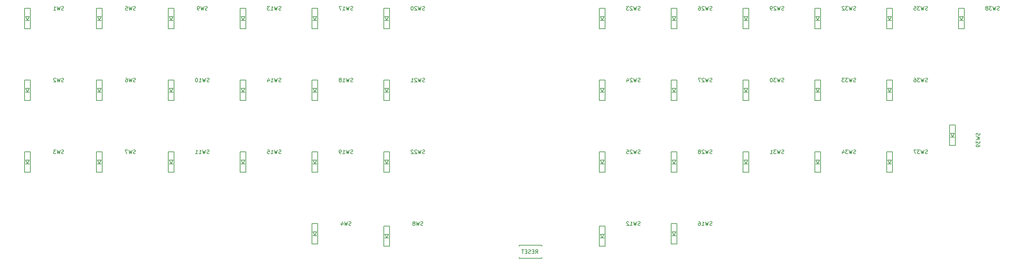
<source format=gbr>
G04 #@! TF.GenerationSoftware,KiCad,Pcbnew,7.0.10*
G04 #@! TF.CreationDate,2024-03-22T12:38:25+09:00*
G04 #@! TF.ProjectId,first_keyboard,66697273-745f-46b6-9579-626f6172642e,rev?*
G04 #@! TF.SameCoordinates,Original*
G04 #@! TF.FileFunction,Legend,Bot*
G04 #@! TF.FilePolarity,Positive*
%FSLAX46Y46*%
G04 Gerber Fmt 4.6, Leading zero omitted, Abs format (unit mm)*
G04 Created by KiCad (PCBNEW 7.0.10) date 2024-03-22 12:38:25*
%MOMM*%
%LPD*%
G01*
G04 APERTURE LIST*
%ADD10C,0.150000*%
G04 APERTURE END LIST*
D10*
X214852023Y-78670900D02*
X214709166Y-78718519D01*
X214709166Y-78718519D02*
X214471071Y-78718519D01*
X214471071Y-78718519D02*
X214375833Y-78670900D01*
X214375833Y-78670900D02*
X214328214Y-78623280D01*
X214328214Y-78623280D02*
X214280595Y-78528042D01*
X214280595Y-78528042D02*
X214280595Y-78432804D01*
X214280595Y-78432804D02*
X214328214Y-78337566D01*
X214328214Y-78337566D02*
X214375833Y-78289947D01*
X214375833Y-78289947D02*
X214471071Y-78242328D01*
X214471071Y-78242328D02*
X214661547Y-78194709D01*
X214661547Y-78194709D02*
X214756785Y-78147090D01*
X214756785Y-78147090D02*
X214804404Y-78099471D01*
X214804404Y-78099471D02*
X214852023Y-78004233D01*
X214852023Y-78004233D02*
X214852023Y-77908995D01*
X214852023Y-77908995D02*
X214804404Y-77813757D01*
X214804404Y-77813757D02*
X214756785Y-77766138D01*
X214756785Y-77766138D02*
X214661547Y-77718519D01*
X214661547Y-77718519D02*
X214423452Y-77718519D01*
X214423452Y-77718519D02*
X214280595Y-77766138D01*
X213947261Y-77718519D02*
X213709166Y-78718519D01*
X213709166Y-78718519D02*
X213518690Y-78004233D01*
X213518690Y-78004233D02*
X213328214Y-78718519D01*
X213328214Y-78718519D02*
X213090119Y-77718519D01*
X212804404Y-77718519D02*
X212185357Y-77718519D01*
X212185357Y-77718519D02*
X212518690Y-78099471D01*
X212518690Y-78099471D02*
X212375833Y-78099471D01*
X212375833Y-78099471D02*
X212280595Y-78147090D01*
X212280595Y-78147090D02*
X212232976Y-78194709D01*
X212232976Y-78194709D02*
X212185357Y-78289947D01*
X212185357Y-78289947D02*
X212185357Y-78528042D01*
X212185357Y-78528042D02*
X212232976Y-78623280D01*
X212232976Y-78623280D02*
X212280595Y-78670900D01*
X212280595Y-78670900D02*
X212375833Y-78718519D01*
X212375833Y-78718519D02*
X212661547Y-78718519D01*
X212661547Y-78718519D02*
X212756785Y-78670900D01*
X212756785Y-78670900D02*
X212804404Y-78623280D01*
X211232976Y-78718519D02*
X211804404Y-78718519D01*
X211518690Y-78718519D02*
X211518690Y-77718519D01*
X211518690Y-77718519D02*
X211613928Y-77861376D01*
X211613928Y-77861376D02*
X211709166Y-77956614D01*
X211709166Y-77956614D02*
X211804404Y-78004233D01*
X61975832Y-40570900D02*
X61832975Y-40618519D01*
X61832975Y-40618519D02*
X61594880Y-40618519D01*
X61594880Y-40618519D02*
X61499642Y-40570900D01*
X61499642Y-40570900D02*
X61452023Y-40523280D01*
X61452023Y-40523280D02*
X61404404Y-40428042D01*
X61404404Y-40428042D02*
X61404404Y-40332804D01*
X61404404Y-40332804D02*
X61452023Y-40237566D01*
X61452023Y-40237566D02*
X61499642Y-40189947D01*
X61499642Y-40189947D02*
X61594880Y-40142328D01*
X61594880Y-40142328D02*
X61785356Y-40094709D01*
X61785356Y-40094709D02*
X61880594Y-40047090D01*
X61880594Y-40047090D02*
X61928213Y-39999471D01*
X61928213Y-39999471D02*
X61975832Y-39904233D01*
X61975832Y-39904233D02*
X61975832Y-39808995D01*
X61975832Y-39808995D02*
X61928213Y-39713757D01*
X61928213Y-39713757D02*
X61880594Y-39666138D01*
X61880594Y-39666138D02*
X61785356Y-39618519D01*
X61785356Y-39618519D02*
X61547261Y-39618519D01*
X61547261Y-39618519D02*
X61404404Y-39666138D01*
X61071070Y-39618519D02*
X60832975Y-40618519D01*
X60832975Y-40618519D02*
X60642499Y-39904233D01*
X60642499Y-39904233D02*
X60452023Y-40618519D01*
X60452023Y-40618519D02*
X60213928Y-39618519D01*
X59785356Y-40618519D02*
X59594880Y-40618519D01*
X59594880Y-40618519D02*
X59499642Y-40570900D01*
X59499642Y-40570900D02*
X59452023Y-40523280D01*
X59452023Y-40523280D02*
X59356785Y-40380423D01*
X59356785Y-40380423D02*
X59309166Y-40189947D01*
X59309166Y-40189947D02*
X59309166Y-39808995D01*
X59309166Y-39808995D02*
X59356785Y-39713757D01*
X59356785Y-39713757D02*
X59404404Y-39666138D01*
X59404404Y-39666138D02*
X59499642Y-39618519D01*
X59499642Y-39618519D02*
X59690118Y-39618519D01*
X59690118Y-39618519D02*
X59785356Y-39666138D01*
X59785356Y-39666138D02*
X59832975Y-39713757D01*
X59832975Y-39713757D02*
X59880594Y-39808995D01*
X59880594Y-39808995D02*
X59880594Y-40047090D01*
X59880594Y-40047090D02*
X59832975Y-40142328D01*
X59832975Y-40142328D02*
X59785356Y-40189947D01*
X59785356Y-40189947D02*
X59690118Y-40237566D01*
X59690118Y-40237566D02*
X59499642Y-40237566D01*
X59499642Y-40237566D02*
X59404404Y-40189947D01*
X59404404Y-40189947D02*
X59356785Y-40142328D01*
X59356785Y-40142328D02*
X59309166Y-40047090D01*
X42925832Y-59620900D02*
X42782975Y-59668519D01*
X42782975Y-59668519D02*
X42544880Y-59668519D01*
X42544880Y-59668519D02*
X42449642Y-59620900D01*
X42449642Y-59620900D02*
X42402023Y-59573280D01*
X42402023Y-59573280D02*
X42354404Y-59478042D01*
X42354404Y-59478042D02*
X42354404Y-59382804D01*
X42354404Y-59382804D02*
X42402023Y-59287566D01*
X42402023Y-59287566D02*
X42449642Y-59239947D01*
X42449642Y-59239947D02*
X42544880Y-59192328D01*
X42544880Y-59192328D02*
X42735356Y-59144709D01*
X42735356Y-59144709D02*
X42830594Y-59097090D01*
X42830594Y-59097090D02*
X42878213Y-59049471D01*
X42878213Y-59049471D02*
X42925832Y-58954233D01*
X42925832Y-58954233D02*
X42925832Y-58858995D01*
X42925832Y-58858995D02*
X42878213Y-58763757D01*
X42878213Y-58763757D02*
X42830594Y-58716138D01*
X42830594Y-58716138D02*
X42735356Y-58668519D01*
X42735356Y-58668519D02*
X42497261Y-58668519D01*
X42497261Y-58668519D02*
X42354404Y-58716138D01*
X42021070Y-58668519D02*
X41782975Y-59668519D01*
X41782975Y-59668519D02*
X41592499Y-58954233D01*
X41592499Y-58954233D02*
X41402023Y-59668519D01*
X41402023Y-59668519D02*
X41163928Y-58668519D01*
X40354404Y-58668519D02*
X40544880Y-58668519D01*
X40544880Y-58668519D02*
X40640118Y-58716138D01*
X40640118Y-58716138D02*
X40687737Y-58763757D01*
X40687737Y-58763757D02*
X40782975Y-58906614D01*
X40782975Y-58906614D02*
X40830594Y-59097090D01*
X40830594Y-59097090D02*
X40830594Y-59478042D01*
X40830594Y-59478042D02*
X40782975Y-59573280D01*
X40782975Y-59573280D02*
X40735356Y-59620900D01*
X40735356Y-59620900D02*
X40640118Y-59668519D01*
X40640118Y-59668519D02*
X40449642Y-59668519D01*
X40449642Y-59668519D02*
X40354404Y-59620900D01*
X40354404Y-59620900D02*
X40306785Y-59573280D01*
X40306785Y-59573280D02*
X40259166Y-59478042D01*
X40259166Y-59478042D02*
X40259166Y-59239947D01*
X40259166Y-59239947D02*
X40306785Y-59144709D01*
X40306785Y-59144709D02*
X40354404Y-59097090D01*
X40354404Y-59097090D02*
X40449642Y-59049471D01*
X40449642Y-59049471D02*
X40640118Y-59049471D01*
X40640118Y-59049471D02*
X40735356Y-59097090D01*
X40735356Y-59097090D02*
X40782975Y-59144709D01*
X40782975Y-59144709D02*
X40830594Y-59239947D01*
X23875832Y-40570900D02*
X23732975Y-40618519D01*
X23732975Y-40618519D02*
X23494880Y-40618519D01*
X23494880Y-40618519D02*
X23399642Y-40570900D01*
X23399642Y-40570900D02*
X23352023Y-40523280D01*
X23352023Y-40523280D02*
X23304404Y-40428042D01*
X23304404Y-40428042D02*
X23304404Y-40332804D01*
X23304404Y-40332804D02*
X23352023Y-40237566D01*
X23352023Y-40237566D02*
X23399642Y-40189947D01*
X23399642Y-40189947D02*
X23494880Y-40142328D01*
X23494880Y-40142328D02*
X23685356Y-40094709D01*
X23685356Y-40094709D02*
X23780594Y-40047090D01*
X23780594Y-40047090D02*
X23828213Y-39999471D01*
X23828213Y-39999471D02*
X23875832Y-39904233D01*
X23875832Y-39904233D02*
X23875832Y-39808995D01*
X23875832Y-39808995D02*
X23828213Y-39713757D01*
X23828213Y-39713757D02*
X23780594Y-39666138D01*
X23780594Y-39666138D02*
X23685356Y-39618519D01*
X23685356Y-39618519D02*
X23447261Y-39618519D01*
X23447261Y-39618519D02*
X23304404Y-39666138D01*
X22971070Y-39618519D02*
X22732975Y-40618519D01*
X22732975Y-40618519D02*
X22542499Y-39904233D01*
X22542499Y-39904233D02*
X22352023Y-40618519D01*
X22352023Y-40618519D02*
X22113928Y-39618519D01*
X21209166Y-40618519D02*
X21780594Y-40618519D01*
X21494880Y-40618519D02*
X21494880Y-39618519D01*
X21494880Y-39618519D02*
X21590118Y-39761376D01*
X21590118Y-39761376D02*
X21685356Y-39856614D01*
X21685356Y-39856614D02*
X21780594Y-39904233D01*
X214852023Y-40570900D02*
X214709166Y-40618519D01*
X214709166Y-40618519D02*
X214471071Y-40618519D01*
X214471071Y-40618519D02*
X214375833Y-40570900D01*
X214375833Y-40570900D02*
X214328214Y-40523280D01*
X214328214Y-40523280D02*
X214280595Y-40428042D01*
X214280595Y-40428042D02*
X214280595Y-40332804D01*
X214280595Y-40332804D02*
X214328214Y-40237566D01*
X214328214Y-40237566D02*
X214375833Y-40189947D01*
X214375833Y-40189947D02*
X214471071Y-40142328D01*
X214471071Y-40142328D02*
X214661547Y-40094709D01*
X214661547Y-40094709D02*
X214756785Y-40047090D01*
X214756785Y-40047090D02*
X214804404Y-39999471D01*
X214804404Y-39999471D02*
X214852023Y-39904233D01*
X214852023Y-39904233D02*
X214852023Y-39808995D01*
X214852023Y-39808995D02*
X214804404Y-39713757D01*
X214804404Y-39713757D02*
X214756785Y-39666138D01*
X214756785Y-39666138D02*
X214661547Y-39618519D01*
X214661547Y-39618519D02*
X214423452Y-39618519D01*
X214423452Y-39618519D02*
X214280595Y-39666138D01*
X213947261Y-39618519D02*
X213709166Y-40618519D01*
X213709166Y-40618519D02*
X213518690Y-39904233D01*
X213518690Y-39904233D02*
X213328214Y-40618519D01*
X213328214Y-40618519D02*
X213090119Y-39618519D01*
X212756785Y-39713757D02*
X212709166Y-39666138D01*
X212709166Y-39666138D02*
X212613928Y-39618519D01*
X212613928Y-39618519D02*
X212375833Y-39618519D01*
X212375833Y-39618519D02*
X212280595Y-39666138D01*
X212280595Y-39666138D02*
X212232976Y-39713757D01*
X212232976Y-39713757D02*
X212185357Y-39808995D01*
X212185357Y-39808995D02*
X212185357Y-39904233D01*
X212185357Y-39904233D02*
X212232976Y-40047090D01*
X212232976Y-40047090D02*
X212804404Y-40618519D01*
X212804404Y-40618519D02*
X212185357Y-40618519D01*
X211709166Y-40618519D02*
X211518690Y-40618519D01*
X211518690Y-40618519D02*
X211423452Y-40570900D01*
X211423452Y-40570900D02*
X211375833Y-40523280D01*
X211375833Y-40523280D02*
X211280595Y-40380423D01*
X211280595Y-40380423D02*
X211232976Y-40189947D01*
X211232976Y-40189947D02*
X211232976Y-39808995D01*
X211232976Y-39808995D02*
X211280595Y-39713757D01*
X211280595Y-39713757D02*
X211328214Y-39666138D01*
X211328214Y-39666138D02*
X211423452Y-39618519D01*
X211423452Y-39618519D02*
X211613928Y-39618519D01*
X211613928Y-39618519D02*
X211709166Y-39666138D01*
X211709166Y-39666138D02*
X211756785Y-39713757D01*
X211756785Y-39713757D02*
X211804404Y-39808995D01*
X211804404Y-39808995D02*
X211804404Y-40047090D01*
X211804404Y-40047090D02*
X211756785Y-40142328D01*
X211756785Y-40142328D02*
X211709166Y-40189947D01*
X211709166Y-40189947D02*
X211613928Y-40237566D01*
X211613928Y-40237566D02*
X211423452Y-40237566D01*
X211423452Y-40237566D02*
X211328214Y-40189947D01*
X211328214Y-40189947D02*
X211280595Y-40142328D01*
X211280595Y-40142328D02*
X211232976Y-40047090D01*
X214852023Y-59620900D02*
X214709166Y-59668519D01*
X214709166Y-59668519D02*
X214471071Y-59668519D01*
X214471071Y-59668519D02*
X214375833Y-59620900D01*
X214375833Y-59620900D02*
X214328214Y-59573280D01*
X214328214Y-59573280D02*
X214280595Y-59478042D01*
X214280595Y-59478042D02*
X214280595Y-59382804D01*
X214280595Y-59382804D02*
X214328214Y-59287566D01*
X214328214Y-59287566D02*
X214375833Y-59239947D01*
X214375833Y-59239947D02*
X214471071Y-59192328D01*
X214471071Y-59192328D02*
X214661547Y-59144709D01*
X214661547Y-59144709D02*
X214756785Y-59097090D01*
X214756785Y-59097090D02*
X214804404Y-59049471D01*
X214804404Y-59049471D02*
X214852023Y-58954233D01*
X214852023Y-58954233D02*
X214852023Y-58858995D01*
X214852023Y-58858995D02*
X214804404Y-58763757D01*
X214804404Y-58763757D02*
X214756785Y-58716138D01*
X214756785Y-58716138D02*
X214661547Y-58668519D01*
X214661547Y-58668519D02*
X214423452Y-58668519D01*
X214423452Y-58668519D02*
X214280595Y-58716138D01*
X213947261Y-58668519D02*
X213709166Y-59668519D01*
X213709166Y-59668519D02*
X213518690Y-58954233D01*
X213518690Y-58954233D02*
X213328214Y-59668519D01*
X213328214Y-59668519D02*
X213090119Y-58668519D01*
X212804404Y-58668519D02*
X212185357Y-58668519D01*
X212185357Y-58668519D02*
X212518690Y-59049471D01*
X212518690Y-59049471D02*
X212375833Y-59049471D01*
X212375833Y-59049471D02*
X212280595Y-59097090D01*
X212280595Y-59097090D02*
X212232976Y-59144709D01*
X212232976Y-59144709D02*
X212185357Y-59239947D01*
X212185357Y-59239947D02*
X212185357Y-59478042D01*
X212185357Y-59478042D02*
X212232976Y-59573280D01*
X212232976Y-59573280D02*
X212280595Y-59620900D01*
X212280595Y-59620900D02*
X212375833Y-59668519D01*
X212375833Y-59668519D02*
X212661547Y-59668519D01*
X212661547Y-59668519D02*
X212756785Y-59620900D01*
X212756785Y-59620900D02*
X212804404Y-59573280D01*
X211566309Y-58668519D02*
X211471071Y-58668519D01*
X211471071Y-58668519D02*
X211375833Y-58716138D01*
X211375833Y-58716138D02*
X211328214Y-58763757D01*
X211328214Y-58763757D02*
X211280595Y-58858995D01*
X211280595Y-58858995D02*
X211232976Y-59049471D01*
X211232976Y-59049471D02*
X211232976Y-59287566D01*
X211232976Y-59287566D02*
X211280595Y-59478042D01*
X211280595Y-59478042D02*
X211328214Y-59573280D01*
X211328214Y-59573280D02*
X211375833Y-59620900D01*
X211375833Y-59620900D02*
X211471071Y-59668519D01*
X211471071Y-59668519D02*
X211566309Y-59668519D01*
X211566309Y-59668519D02*
X211661547Y-59620900D01*
X211661547Y-59620900D02*
X211709166Y-59573280D01*
X211709166Y-59573280D02*
X211756785Y-59478042D01*
X211756785Y-59478042D02*
X211804404Y-59287566D01*
X211804404Y-59287566D02*
X211804404Y-59049471D01*
X211804404Y-59049471D02*
X211756785Y-58858995D01*
X211756785Y-58858995D02*
X211709166Y-58763757D01*
X211709166Y-58763757D02*
X211661547Y-58716138D01*
X211661547Y-58716138D02*
X211566309Y-58668519D01*
X195802023Y-40570900D02*
X195659166Y-40618519D01*
X195659166Y-40618519D02*
X195421071Y-40618519D01*
X195421071Y-40618519D02*
X195325833Y-40570900D01*
X195325833Y-40570900D02*
X195278214Y-40523280D01*
X195278214Y-40523280D02*
X195230595Y-40428042D01*
X195230595Y-40428042D02*
X195230595Y-40332804D01*
X195230595Y-40332804D02*
X195278214Y-40237566D01*
X195278214Y-40237566D02*
X195325833Y-40189947D01*
X195325833Y-40189947D02*
X195421071Y-40142328D01*
X195421071Y-40142328D02*
X195611547Y-40094709D01*
X195611547Y-40094709D02*
X195706785Y-40047090D01*
X195706785Y-40047090D02*
X195754404Y-39999471D01*
X195754404Y-39999471D02*
X195802023Y-39904233D01*
X195802023Y-39904233D02*
X195802023Y-39808995D01*
X195802023Y-39808995D02*
X195754404Y-39713757D01*
X195754404Y-39713757D02*
X195706785Y-39666138D01*
X195706785Y-39666138D02*
X195611547Y-39618519D01*
X195611547Y-39618519D02*
X195373452Y-39618519D01*
X195373452Y-39618519D02*
X195230595Y-39666138D01*
X194897261Y-39618519D02*
X194659166Y-40618519D01*
X194659166Y-40618519D02*
X194468690Y-39904233D01*
X194468690Y-39904233D02*
X194278214Y-40618519D01*
X194278214Y-40618519D02*
X194040119Y-39618519D01*
X193706785Y-39713757D02*
X193659166Y-39666138D01*
X193659166Y-39666138D02*
X193563928Y-39618519D01*
X193563928Y-39618519D02*
X193325833Y-39618519D01*
X193325833Y-39618519D02*
X193230595Y-39666138D01*
X193230595Y-39666138D02*
X193182976Y-39713757D01*
X193182976Y-39713757D02*
X193135357Y-39808995D01*
X193135357Y-39808995D02*
X193135357Y-39904233D01*
X193135357Y-39904233D02*
X193182976Y-40047090D01*
X193182976Y-40047090D02*
X193754404Y-40618519D01*
X193754404Y-40618519D02*
X193135357Y-40618519D01*
X192278214Y-39618519D02*
X192468690Y-39618519D01*
X192468690Y-39618519D02*
X192563928Y-39666138D01*
X192563928Y-39666138D02*
X192611547Y-39713757D01*
X192611547Y-39713757D02*
X192706785Y-39856614D01*
X192706785Y-39856614D02*
X192754404Y-40047090D01*
X192754404Y-40047090D02*
X192754404Y-40428042D01*
X192754404Y-40428042D02*
X192706785Y-40523280D01*
X192706785Y-40523280D02*
X192659166Y-40570900D01*
X192659166Y-40570900D02*
X192563928Y-40618519D01*
X192563928Y-40618519D02*
X192373452Y-40618519D01*
X192373452Y-40618519D02*
X192278214Y-40570900D01*
X192278214Y-40570900D02*
X192230595Y-40523280D01*
X192230595Y-40523280D02*
X192182976Y-40428042D01*
X192182976Y-40428042D02*
X192182976Y-40189947D01*
X192182976Y-40189947D02*
X192230595Y-40094709D01*
X192230595Y-40094709D02*
X192278214Y-40047090D01*
X192278214Y-40047090D02*
X192373452Y-39999471D01*
X192373452Y-39999471D02*
X192563928Y-39999471D01*
X192563928Y-39999471D02*
X192659166Y-40047090D01*
X192659166Y-40047090D02*
X192706785Y-40094709D01*
X192706785Y-40094709D02*
X192754404Y-40189947D01*
X195802023Y-97720900D02*
X195659166Y-97768519D01*
X195659166Y-97768519D02*
X195421071Y-97768519D01*
X195421071Y-97768519D02*
X195325833Y-97720900D01*
X195325833Y-97720900D02*
X195278214Y-97673280D01*
X195278214Y-97673280D02*
X195230595Y-97578042D01*
X195230595Y-97578042D02*
X195230595Y-97482804D01*
X195230595Y-97482804D02*
X195278214Y-97387566D01*
X195278214Y-97387566D02*
X195325833Y-97339947D01*
X195325833Y-97339947D02*
X195421071Y-97292328D01*
X195421071Y-97292328D02*
X195611547Y-97244709D01*
X195611547Y-97244709D02*
X195706785Y-97197090D01*
X195706785Y-97197090D02*
X195754404Y-97149471D01*
X195754404Y-97149471D02*
X195802023Y-97054233D01*
X195802023Y-97054233D02*
X195802023Y-96958995D01*
X195802023Y-96958995D02*
X195754404Y-96863757D01*
X195754404Y-96863757D02*
X195706785Y-96816138D01*
X195706785Y-96816138D02*
X195611547Y-96768519D01*
X195611547Y-96768519D02*
X195373452Y-96768519D01*
X195373452Y-96768519D02*
X195230595Y-96816138D01*
X194897261Y-96768519D02*
X194659166Y-97768519D01*
X194659166Y-97768519D02*
X194468690Y-97054233D01*
X194468690Y-97054233D02*
X194278214Y-97768519D01*
X194278214Y-97768519D02*
X194040119Y-96768519D01*
X193135357Y-97768519D02*
X193706785Y-97768519D01*
X193421071Y-97768519D02*
X193421071Y-96768519D01*
X193421071Y-96768519D02*
X193516309Y-96911376D01*
X193516309Y-96911376D02*
X193611547Y-97006614D01*
X193611547Y-97006614D02*
X193706785Y-97054233D01*
X192278214Y-96768519D02*
X192468690Y-96768519D01*
X192468690Y-96768519D02*
X192563928Y-96816138D01*
X192563928Y-96816138D02*
X192611547Y-96863757D01*
X192611547Y-96863757D02*
X192706785Y-97006614D01*
X192706785Y-97006614D02*
X192754404Y-97197090D01*
X192754404Y-97197090D02*
X192754404Y-97578042D01*
X192754404Y-97578042D02*
X192706785Y-97673280D01*
X192706785Y-97673280D02*
X192659166Y-97720900D01*
X192659166Y-97720900D02*
X192563928Y-97768519D01*
X192563928Y-97768519D02*
X192373452Y-97768519D01*
X192373452Y-97768519D02*
X192278214Y-97720900D01*
X192278214Y-97720900D02*
X192230595Y-97673280D01*
X192230595Y-97673280D02*
X192182976Y-97578042D01*
X192182976Y-97578042D02*
X192182976Y-97339947D01*
X192182976Y-97339947D02*
X192230595Y-97244709D01*
X192230595Y-97244709D02*
X192278214Y-97197090D01*
X192278214Y-97197090D02*
X192373452Y-97149471D01*
X192373452Y-97149471D02*
X192563928Y-97149471D01*
X192563928Y-97149471D02*
X192659166Y-97197090D01*
X192659166Y-97197090D02*
X192706785Y-97244709D01*
X192706785Y-97244709D02*
X192754404Y-97339947D01*
X176752023Y-78670900D02*
X176609166Y-78718519D01*
X176609166Y-78718519D02*
X176371071Y-78718519D01*
X176371071Y-78718519D02*
X176275833Y-78670900D01*
X176275833Y-78670900D02*
X176228214Y-78623280D01*
X176228214Y-78623280D02*
X176180595Y-78528042D01*
X176180595Y-78528042D02*
X176180595Y-78432804D01*
X176180595Y-78432804D02*
X176228214Y-78337566D01*
X176228214Y-78337566D02*
X176275833Y-78289947D01*
X176275833Y-78289947D02*
X176371071Y-78242328D01*
X176371071Y-78242328D02*
X176561547Y-78194709D01*
X176561547Y-78194709D02*
X176656785Y-78147090D01*
X176656785Y-78147090D02*
X176704404Y-78099471D01*
X176704404Y-78099471D02*
X176752023Y-78004233D01*
X176752023Y-78004233D02*
X176752023Y-77908995D01*
X176752023Y-77908995D02*
X176704404Y-77813757D01*
X176704404Y-77813757D02*
X176656785Y-77766138D01*
X176656785Y-77766138D02*
X176561547Y-77718519D01*
X176561547Y-77718519D02*
X176323452Y-77718519D01*
X176323452Y-77718519D02*
X176180595Y-77766138D01*
X175847261Y-77718519D02*
X175609166Y-78718519D01*
X175609166Y-78718519D02*
X175418690Y-78004233D01*
X175418690Y-78004233D02*
X175228214Y-78718519D01*
X175228214Y-78718519D02*
X174990119Y-77718519D01*
X174656785Y-77813757D02*
X174609166Y-77766138D01*
X174609166Y-77766138D02*
X174513928Y-77718519D01*
X174513928Y-77718519D02*
X174275833Y-77718519D01*
X174275833Y-77718519D02*
X174180595Y-77766138D01*
X174180595Y-77766138D02*
X174132976Y-77813757D01*
X174132976Y-77813757D02*
X174085357Y-77908995D01*
X174085357Y-77908995D02*
X174085357Y-78004233D01*
X174085357Y-78004233D02*
X174132976Y-78147090D01*
X174132976Y-78147090D02*
X174704404Y-78718519D01*
X174704404Y-78718519D02*
X174085357Y-78718519D01*
X173180595Y-77718519D02*
X173656785Y-77718519D01*
X173656785Y-77718519D02*
X173704404Y-78194709D01*
X173704404Y-78194709D02*
X173656785Y-78147090D01*
X173656785Y-78147090D02*
X173561547Y-78099471D01*
X173561547Y-78099471D02*
X173323452Y-78099471D01*
X173323452Y-78099471D02*
X173228214Y-78147090D01*
X173228214Y-78147090D02*
X173180595Y-78194709D01*
X173180595Y-78194709D02*
X173132976Y-78289947D01*
X173132976Y-78289947D02*
X173132976Y-78528042D01*
X173132976Y-78528042D02*
X173180595Y-78623280D01*
X173180595Y-78623280D02*
X173228214Y-78670900D01*
X173228214Y-78670900D02*
X173323452Y-78718519D01*
X173323452Y-78718519D02*
X173561547Y-78718519D01*
X173561547Y-78718519D02*
X173656785Y-78670900D01*
X173656785Y-78670900D02*
X173704404Y-78623280D01*
X23875832Y-59620900D02*
X23732975Y-59668519D01*
X23732975Y-59668519D02*
X23494880Y-59668519D01*
X23494880Y-59668519D02*
X23399642Y-59620900D01*
X23399642Y-59620900D02*
X23352023Y-59573280D01*
X23352023Y-59573280D02*
X23304404Y-59478042D01*
X23304404Y-59478042D02*
X23304404Y-59382804D01*
X23304404Y-59382804D02*
X23352023Y-59287566D01*
X23352023Y-59287566D02*
X23399642Y-59239947D01*
X23399642Y-59239947D02*
X23494880Y-59192328D01*
X23494880Y-59192328D02*
X23685356Y-59144709D01*
X23685356Y-59144709D02*
X23780594Y-59097090D01*
X23780594Y-59097090D02*
X23828213Y-59049471D01*
X23828213Y-59049471D02*
X23875832Y-58954233D01*
X23875832Y-58954233D02*
X23875832Y-58858995D01*
X23875832Y-58858995D02*
X23828213Y-58763757D01*
X23828213Y-58763757D02*
X23780594Y-58716138D01*
X23780594Y-58716138D02*
X23685356Y-58668519D01*
X23685356Y-58668519D02*
X23447261Y-58668519D01*
X23447261Y-58668519D02*
X23304404Y-58716138D01*
X22971070Y-58668519D02*
X22732975Y-59668519D01*
X22732975Y-59668519D02*
X22542499Y-58954233D01*
X22542499Y-58954233D02*
X22352023Y-59668519D01*
X22352023Y-59668519D02*
X22113928Y-58668519D01*
X21780594Y-58763757D02*
X21732975Y-58716138D01*
X21732975Y-58716138D02*
X21637737Y-58668519D01*
X21637737Y-58668519D02*
X21399642Y-58668519D01*
X21399642Y-58668519D02*
X21304404Y-58716138D01*
X21304404Y-58716138D02*
X21256785Y-58763757D01*
X21256785Y-58763757D02*
X21209166Y-58858995D01*
X21209166Y-58858995D02*
X21209166Y-58954233D01*
X21209166Y-58954233D02*
X21256785Y-59097090D01*
X21256785Y-59097090D02*
X21828213Y-59668519D01*
X21828213Y-59668519D02*
X21209166Y-59668519D01*
X119602023Y-40570900D02*
X119459166Y-40618519D01*
X119459166Y-40618519D02*
X119221071Y-40618519D01*
X119221071Y-40618519D02*
X119125833Y-40570900D01*
X119125833Y-40570900D02*
X119078214Y-40523280D01*
X119078214Y-40523280D02*
X119030595Y-40428042D01*
X119030595Y-40428042D02*
X119030595Y-40332804D01*
X119030595Y-40332804D02*
X119078214Y-40237566D01*
X119078214Y-40237566D02*
X119125833Y-40189947D01*
X119125833Y-40189947D02*
X119221071Y-40142328D01*
X119221071Y-40142328D02*
X119411547Y-40094709D01*
X119411547Y-40094709D02*
X119506785Y-40047090D01*
X119506785Y-40047090D02*
X119554404Y-39999471D01*
X119554404Y-39999471D02*
X119602023Y-39904233D01*
X119602023Y-39904233D02*
X119602023Y-39808995D01*
X119602023Y-39808995D02*
X119554404Y-39713757D01*
X119554404Y-39713757D02*
X119506785Y-39666138D01*
X119506785Y-39666138D02*
X119411547Y-39618519D01*
X119411547Y-39618519D02*
X119173452Y-39618519D01*
X119173452Y-39618519D02*
X119030595Y-39666138D01*
X118697261Y-39618519D02*
X118459166Y-40618519D01*
X118459166Y-40618519D02*
X118268690Y-39904233D01*
X118268690Y-39904233D02*
X118078214Y-40618519D01*
X118078214Y-40618519D02*
X117840119Y-39618519D01*
X117506785Y-39713757D02*
X117459166Y-39666138D01*
X117459166Y-39666138D02*
X117363928Y-39618519D01*
X117363928Y-39618519D02*
X117125833Y-39618519D01*
X117125833Y-39618519D02*
X117030595Y-39666138D01*
X117030595Y-39666138D02*
X116982976Y-39713757D01*
X116982976Y-39713757D02*
X116935357Y-39808995D01*
X116935357Y-39808995D02*
X116935357Y-39904233D01*
X116935357Y-39904233D02*
X116982976Y-40047090D01*
X116982976Y-40047090D02*
X117554404Y-40618519D01*
X117554404Y-40618519D02*
X116935357Y-40618519D01*
X116316309Y-39618519D02*
X116221071Y-39618519D01*
X116221071Y-39618519D02*
X116125833Y-39666138D01*
X116125833Y-39666138D02*
X116078214Y-39713757D01*
X116078214Y-39713757D02*
X116030595Y-39808995D01*
X116030595Y-39808995D02*
X115982976Y-39999471D01*
X115982976Y-39999471D02*
X115982976Y-40237566D01*
X115982976Y-40237566D02*
X116030595Y-40428042D01*
X116030595Y-40428042D02*
X116078214Y-40523280D01*
X116078214Y-40523280D02*
X116125833Y-40570900D01*
X116125833Y-40570900D02*
X116221071Y-40618519D01*
X116221071Y-40618519D02*
X116316309Y-40618519D01*
X116316309Y-40618519D02*
X116411547Y-40570900D01*
X116411547Y-40570900D02*
X116459166Y-40523280D01*
X116459166Y-40523280D02*
X116506785Y-40428042D01*
X116506785Y-40428042D02*
X116554404Y-40237566D01*
X116554404Y-40237566D02*
X116554404Y-39999471D01*
X116554404Y-39999471D02*
X116506785Y-39808995D01*
X116506785Y-39808995D02*
X116459166Y-39713757D01*
X116459166Y-39713757D02*
X116411547Y-39666138D01*
X116411547Y-39666138D02*
X116316309Y-39618519D01*
X119602023Y-59620900D02*
X119459166Y-59668519D01*
X119459166Y-59668519D02*
X119221071Y-59668519D01*
X119221071Y-59668519D02*
X119125833Y-59620900D01*
X119125833Y-59620900D02*
X119078214Y-59573280D01*
X119078214Y-59573280D02*
X119030595Y-59478042D01*
X119030595Y-59478042D02*
X119030595Y-59382804D01*
X119030595Y-59382804D02*
X119078214Y-59287566D01*
X119078214Y-59287566D02*
X119125833Y-59239947D01*
X119125833Y-59239947D02*
X119221071Y-59192328D01*
X119221071Y-59192328D02*
X119411547Y-59144709D01*
X119411547Y-59144709D02*
X119506785Y-59097090D01*
X119506785Y-59097090D02*
X119554404Y-59049471D01*
X119554404Y-59049471D02*
X119602023Y-58954233D01*
X119602023Y-58954233D02*
X119602023Y-58858995D01*
X119602023Y-58858995D02*
X119554404Y-58763757D01*
X119554404Y-58763757D02*
X119506785Y-58716138D01*
X119506785Y-58716138D02*
X119411547Y-58668519D01*
X119411547Y-58668519D02*
X119173452Y-58668519D01*
X119173452Y-58668519D02*
X119030595Y-58716138D01*
X118697261Y-58668519D02*
X118459166Y-59668519D01*
X118459166Y-59668519D02*
X118268690Y-58954233D01*
X118268690Y-58954233D02*
X118078214Y-59668519D01*
X118078214Y-59668519D02*
X117840119Y-58668519D01*
X117506785Y-58763757D02*
X117459166Y-58716138D01*
X117459166Y-58716138D02*
X117363928Y-58668519D01*
X117363928Y-58668519D02*
X117125833Y-58668519D01*
X117125833Y-58668519D02*
X117030595Y-58716138D01*
X117030595Y-58716138D02*
X116982976Y-58763757D01*
X116982976Y-58763757D02*
X116935357Y-58858995D01*
X116935357Y-58858995D02*
X116935357Y-58954233D01*
X116935357Y-58954233D02*
X116982976Y-59097090D01*
X116982976Y-59097090D02*
X117554404Y-59668519D01*
X117554404Y-59668519D02*
X116935357Y-59668519D01*
X115982976Y-59668519D02*
X116554404Y-59668519D01*
X116268690Y-59668519D02*
X116268690Y-58668519D01*
X116268690Y-58668519D02*
X116363928Y-58811376D01*
X116363928Y-58811376D02*
X116459166Y-58906614D01*
X116459166Y-58906614D02*
X116554404Y-58954233D01*
X272002023Y-40570900D02*
X271859166Y-40618519D01*
X271859166Y-40618519D02*
X271621071Y-40618519D01*
X271621071Y-40618519D02*
X271525833Y-40570900D01*
X271525833Y-40570900D02*
X271478214Y-40523280D01*
X271478214Y-40523280D02*
X271430595Y-40428042D01*
X271430595Y-40428042D02*
X271430595Y-40332804D01*
X271430595Y-40332804D02*
X271478214Y-40237566D01*
X271478214Y-40237566D02*
X271525833Y-40189947D01*
X271525833Y-40189947D02*
X271621071Y-40142328D01*
X271621071Y-40142328D02*
X271811547Y-40094709D01*
X271811547Y-40094709D02*
X271906785Y-40047090D01*
X271906785Y-40047090D02*
X271954404Y-39999471D01*
X271954404Y-39999471D02*
X272002023Y-39904233D01*
X272002023Y-39904233D02*
X272002023Y-39808995D01*
X272002023Y-39808995D02*
X271954404Y-39713757D01*
X271954404Y-39713757D02*
X271906785Y-39666138D01*
X271906785Y-39666138D02*
X271811547Y-39618519D01*
X271811547Y-39618519D02*
X271573452Y-39618519D01*
X271573452Y-39618519D02*
X271430595Y-39666138D01*
X271097261Y-39618519D02*
X270859166Y-40618519D01*
X270859166Y-40618519D02*
X270668690Y-39904233D01*
X270668690Y-39904233D02*
X270478214Y-40618519D01*
X270478214Y-40618519D02*
X270240119Y-39618519D01*
X269954404Y-39618519D02*
X269335357Y-39618519D01*
X269335357Y-39618519D02*
X269668690Y-39999471D01*
X269668690Y-39999471D02*
X269525833Y-39999471D01*
X269525833Y-39999471D02*
X269430595Y-40047090D01*
X269430595Y-40047090D02*
X269382976Y-40094709D01*
X269382976Y-40094709D02*
X269335357Y-40189947D01*
X269335357Y-40189947D02*
X269335357Y-40428042D01*
X269335357Y-40428042D02*
X269382976Y-40523280D01*
X269382976Y-40523280D02*
X269430595Y-40570900D01*
X269430595Y-40570900D02*
X269525833Y-40618519D01*
X269525833Y-40618519D02*
X269811547Y-40618519D01*
X269811547Y-40618519D02*
X269906785Y-40570900D01*
X269906785Y-40570900D02*
X269954404Y-40523280D01*
X268763928Y-40047090D02*
X268859166Y-39999471D01*
X268859166Y-39999471D02*
X268906785Y-39951852D01*
X268906785Y-39951852D02*
X268954404Y-39856614D01*
X268954404Y-39856614D02*
X268954404Y-39808995D01*
X268954404Y-39808995D02*
X268906785Y-39713757D01*
X268906785Y-39713757D02*
X268859166Y-39666138D01*
X268859166Y-39666138D02*
X268763928Y-39618519D01*
X268763928Y-39618519D02*
X268573452Y-39618519D01*
X268573452Y-39618519D02*
X268478214Y-39666138D01*
X268478214Y-39666138D02*
X268430595Y-39713757D01*
X268430595Y-39713757D02*
X268382976Y-39808995D01*
X268382976Y-39808995D02*
X268382976Y-39856614D01*
X268382976Y-39856614D02*
X268430595Y-39951852D01*
X268430595Y-39951852D02*
X268478214Y-39999471D01*
X268478214Y-39999471D02*
X268573452Y-40047090D01*
X268573452Y-40047090D02*
X268763928Y-40047090D01*
X268763928Y-40047090D02*
X268859166Y-40094709D01*
X268859166Y-40094709D02*
X268906785Y-40142328D01*
X268906785Y-40142328D02*
X268954404Y-40237566D01*
X268954404Y-40237566D02*
X268954404Y-40428042D01*
X268954404Y-40428042D02*
X268906785Y-40523280D01*
X268906785Y-40523280D02*
X268859166Y-40570900D01*
X268859166Y-40570900D02*
X268763928Y-40618519D01*
X268763928Y-40618519D02*
X268573452Y-40618519D01*
X268573452Y-40618519D02*
X268478214Y-40570900D01*
X268478214Y-40570900D02*
X268430595Y-40523280D01*
X268430595Y-40523280D02*
X268382976Y-40428042D01*
X268382976Y-40428042D02*
X268382976Y-40237566D01*
X268382976Y-40237566D02*
X268430595Y-40142328D01*
X268430595Y-40142328D02*
X268478214Y-40094709D01*
X268478214Y-40094709D02*
X268573452Y-40047090D01*
X100552023Y-40570900D02*
X100409166Y-40618519D01*
X100409166Y-40618519D02*
X100171071Y-40618519D01*
X100171071Y-40618519D02*
X100075833Y-40570900D01*
X100075833Y-40570900D02*
X100028214Y-40523280D01*
X100028214Y-40523280D02*
X99980595Y-40428042D01*
X99980595Y-40428042D02*
X99980595Y-40332804D01*
X99980595Y-40332804D02*
X100028214Y-40237566D01*
X100028214Y-40237566D02*
X100075833Y-40189947D01*
X100075833Y-40189947D02*
X100171071Y-40142328D01*
X100171071Y-40142328D02*
X100361547Y-40094709D01*
X100361547Y-40094709D02*
X100456785Y-40047090D01*
X100456785Y-40047090D02*
X100504404Y-39999471D01*
X100504404Y-39999471D02*
X100552023Y-39904233D01*
X100552023Y-39904233D02*
X100552023Y-39808995D01*
X100552023Y-39808995D02*
X100504404Y-39713757D01*
X100504404Y-39713757D02*
X100456785Y-39666138D01*
X100456785Y-39666138D02*
X100361547Y-39618519D01*
X100361547Y-39618519D02*
X100123452Y-39618519D01*
X100123452Y-39618519D02*
X99980595Y-39666138D01*
X99647261Y-39618519D02*
X99409166Y-40618519D01*
X99409166Y-40618519D02*
X99218690Y-39904233D01*
X99218690Y-39904233D02*
X99028214Y-40618519D01*
X99028214Y-40618519D02*
X98790119Y-39618519D01*
X97885357Y-40618519D02*
X98456785Y-40618519D01*
X98171071Y-40618519D02*
X98171071Y-39618519D01*
X98171071Y-39618519D02*
X98266309Y-39761376D01*
X98266309Y-39761376D02*
X98361547Y-39856614D01*
X98361547Y-39856614D02*
X98456785Y-39904233D01*
X97552023Y-39618519D02*
X96885357Y-39618519D01*
X96885357Y-39618519D02*
X97313928Y-40618519D01*
X42925832Y-78670900D02*
X42782975Y-78718519D01*
X42782975Y-78718519D02*
X42544880Y-78718519D01*
X42544880Y-78718519D02*
X42449642Y-78670900D01*
X42449642Y-78670900D02*
X42402023Y-78623280D01*
X42402023Y-78623280D02*
X42354404Y-78528042D01*
X42354404Y-78528042D02*
X42354404Y-78432804D01*
X42354404Y-78432804D02*
X42402023Y-78337566D01*
X42402023Y-78337566D02*
X42449642Y-78289947D01*
X42449642Y-78289947D02*
X42544880Y-78242328D01*
X42544880Y-78242328D02*
X42735356Y-78194709D01*
X42735356Y-78194709D02*
X42830594Y-78147090D01*
X42830594Y-78147090D02*
X42878213Y-78099471D01*
X42878213Y-78099471D02*
X42925832Y-78004233D01*
X42925832Y-78004233D02*
X42925832Y-77908995D01*
X42925832Y-77908995D02*
X42878213Y-77813757D01*
X42878213Y-77813757D02*
X42830594Y-77766138D01*
X42830594Y-77766138D02*
X42735356Y-77718519D01*
X42735356Y-77718519D02*
X42497261Y-77718519D01*
X42497261Y-77718519D02*
X42354404Y-77766138D01*
X42021070Y-77718519D02*
X41782975Y-78718519D01*
X41782975Y-78718519D02*
X41592499Y-78004233D01*
X41592499Y-78004233D02*
X41402023Y-78718519D01*
X41402023Y-78718519D02*
X41163928Y-77718519D01*
X40878213Y-77718519D02*
X40211547Y-77718519D01*
X40211547Y-77718519D02*
X40640118Y-78718519D01*
X266789700Y-73279176D02*
X266837319Y-73422033D01*
X266837319Y-73422033D02*
X266837319Y-73660128D01*
X266837319Y-73660128D02*
X266789700Y-73755366D01*
X266789700Y-73755366D02*
X266742080Y-73802985D01*
X266742080Y-73802985D02*
X266646842Y-73850604D01*
X266646842Y-73850604D02*
X266551604Y-73850604D01*
X266551604Y-73850604D02*
X266456366Y-73802985D01*
X266456366Y-73802985D02*
X266408747Y-73755366D01*
X266408747Y-73755366D02*
X266361128Y-73660128D01*
X266361128Y-73660128D02*
X266313509Y-73469652D01*
X266313509Y-73469652D02*
X266265890Y-73374414D01*
X266265890Y-73374414D02*
X266218271Y-73326795D01*
X266218271Y-73326795D02*
X266123033Y-73279176D01*
X266123033Y-73279176D02*
X266027795Y-73279176D01*
X266027795Y-73279176D02*
X265932557Y-73326795D01*
X265932557Y-73326795D02*
X265884938Y-73374414D01*
X265884938Y-73374414D02*
X265837319Y-73469652D01*
X265837319Y-73469652D02*
X265837319Y-73707747D01*
X265837319Y-73707747D02*
X265884938Y-73850604D01*
X265837319Y-74183938D02*
X266837319Y-74422033D01*
X266837319Y-74422033D02*
X266123033Y-74612509D01*
X266123033Y-74612509D02*
X266837319Y-74802985D01*
X266837319Y-74802985D02*
X265837319Y-75041081D01*
X265837319Y-75326795D02*
X265837319Y-75945842D01*
X265837319Y-75945842D02*
X266218271Y-75612509D01*
X266218271Y-75612509D02*
X266218271Y-75755366D01*
X266218271Y-75755366D02*
X266265890Y-75850604D01*
X266265890Y-75850604D02*
X266313509Y-75898223D01*
X266313509Y-75898223D02*
X266408747Y-75945842D01*
X266408747Y-75945842D02*
X266646842Y-75945842D01*
X266646842Y-75945842D02*
X266742080Y-75898223D01*
X266742080Y-75898223D02*
X266789700Y-75850604D01*
X266789700Y-75850604D02*
X266837319Y-75755366D01*
X266837319Y-75755366D02*
X266837319Y-75469652D01*
X266837319Y-75469652D02*
X266789700Y-75374414D01*
X266789700Y-75374414D02*
X266742080Y-75326795D01*
X266837319Y-76422033D02*
X266837319Y-76612509D01*
X266837319Y-76612509D02*
X266789700Y-76707747D01*
X266789700Y-76707747D02*
X266742080Y-76755366D01*
X266742080Y-76755366D02*
X266599223Y-76850604D01*
X266599223Y-76850604D02*
X266408747Y-76898223D01*
X266408747Y-76898223D02*
X266027795Y-76898223D01*
X266027795Y-76898223D02*
X265932557Y-76850604D01*
X265932557Y-76850604D02*
X265884938Y-76802985D01*
X265884938Y-76802985D02*
X265837319Y-76707747D01*
X265837319Y-76707747D02*
X265837319Y-76517271D01*
X265837319Y-76517271D02*
X265884938Y-76422033D01*
X265884938Y-76422033D02*
X265932557Y-76374414D01*
X265932557Y-76374414D02*
X266027795Y-76326795D01*
X266027795Y-76326795D02*
X266265890Y-76326795D01*
X266265890Y-76326795D02*
X266361128Y-76374414D01*
X266361128Y-76374414D02*
X266408747Y-76422033D01*
X266408747Y-76422033D02*
X266456366Y-76517271D01*
X266456366Y-76517271D02*
X266456366Y-76707747D01*
X266456366Y-76707747D02*
X266408747Y-76802985D01*
X266408747Y-76802985D02*
X266361128Y-76850604D01*
X266361128Y-76850604D02*
X266265890Y-76898223D01*
X195802023Y-78670900D02*
X195659166Y-78718519D01*
X195659166Y-78718519D02*
X195421071Y-78718519D01*
X195421071Y-78718519D02*
X195325833Y-78670900D01*
X195325833Y-78670900D02*
X195278214Y-78623280D01*
X195278214Y-78623280D02*
X195230595Y-78528042D01*
X195230595Y-78528042D02*
X195230595Y-78432804D01*
X195230595Y-78432804D02*
X195278214Y-78337566D01*
X195278214Y-78337566D02*
X195325833Y-78289947D01*
X195325833Y-78289947D02*
X195421071Y-78242328D01*
X195421071Y-78242328D02*
X195611547Y-78194709D01*
X195611547Y-78194709D02*
X195706785Y-78147090D01*
X195706785Y-78147090D02*
X195754404Y-78099471D01*
X195754404Y-78099471D02*
X195802023Y-78004233D01*
X195802023Y-78004233D02*
X195802023Y-77908995D01*
X195802023Y-77908995D02*
X195754404Y-77813757D01*
X195754404Y-77813757D02*
X195706785Y-77766138D01*
X195706785Y-77766138D02*
X195611547Y-77718519D01*
X195611547Y-77718519D02*
X195373452Y-77718519D01*
X195373452Y-77718519D02*
X195230595Y-77766138D01*
X194897261Y-77718519D02*
X194659166Y-78718519D01*
X194659166Y-78718519D02*
X194468690Y-78004233D01*
X194468690Y-78004233D02*
X194278214Y-78718519D01*
X194278214Y-78718519D02*
X194040119Y-77718519D01*
X193706785Y-77813757D02*
X193659166Y-77766138D01*
X193659166Y-77766138D02*
X193563928Y-77718519D01*
X193563928Y-77718519D02*
X193325833Y-77718519D01*
X193325833Y-77718519D02*
X193230595Y-77766138D01*
X193230595Y-77766138D02*
X193182976Y-77813757D01*
X193182976Y-77813757D02*
X193135357Y-77908995D01*
X193135357Y-77908995D02*
X193135357Y-78004233D01*
X193135357Y-78004233D02*
X193182976Y-78147090D01*
X193182976Y-78147090D02*
X193754404Y-78718519D01*
X193754404Y-78718519D02*
X193135357Y-78718519D01*
X192563928Y-78147090D02*
X192659166Y-78099471D01*
X192659166Y-78099471D02*
X192706785Y-78051852D01*
X192706785Y-78051852D02*
X192754404Y-77956614D01*
X192754404Y-77956614D02*
X192754404Y-77908995D01*
X192754404Y-77908995D02*
X192706785Y-77813757D01*
X192706785Y-77813757D02*
X192659166Y-77766138D01*
X192659166Y-77766138D02*
X192563928Y-77718519D01*
X192563928Y-77718519D02*
X192373452Y-77718519D01*
X192373452Y-77718519D02*
X192278214Y-77766138D01*
X192278214Y-77766138D02*
X192230595Y-77813757D01*
X192230595Y-77813757D02*
X192182976Y-77908995D01*
X192182976Y-77908995D02*
X192182976Y-77956614D01*
X192182976Y-77956614D02*
X192230595Y-78051852D01*
X192230595Y-78051852D02*
X192278214Y-78099471D01*
X192278214Y-78099471D02*
X192373452Y-78147090D01*
X192373452Y-78147090D02*
X192563928Y-78147090D01*
X192563928Y-78147090D02*
X192659166Y-78194709D01*
X192659166Y-78194709D02*
X192706785Y-78242328D01*
X192706785Y-78242328D02*
X192754404Y-78337566D01*
X192754404Y-78337566D02*
X192754404Y-78528042D01*
X192754404Y-78528042D02*
X192706785Y-78623280D01*
X192706785Y-78623280D02*
X192659166Y-78670900D01*
X192659166Y-78670900D02*
X192563928Y-78718519D01*
X192563928Y-78718519D02*
X192373452Y-78718519D01*
X192373452Y-78718519D02*
X192278214Y-78670900D01*
X192278214Y-78670900D02*
X192230595Y-78623280D01*
X192230595Y-78623280D02*
X192182976Y-78528042D01*
X192182976Y-78528042D02*
X192182976Y-78337566D01*
X192182976Y-78337566D02*
X192230595Y-78242328D01*
X192230595Y-78242328D02*
X192278214Y-78194709D01*
X192278214Y-78194709D02*
X192373452Y-78147090D01*
X62452023Y-59620900D02*
X62309166Y-59668519D01*
X62309166Y-59668519D02*
X62071071Y-59668519D01*
X62071071Y-59668519D02*
X61975833Y-59620900D01*
X61975833Y-59620900D02*
X61928214Y-59573280D01*
X61928214Y-59573280D02*
X61880595Y-59478042D01*
X61880595Y-59478042D02*
X61880595Y-59382804D01*
X61880595Y-59382804D02*
X61928214Y-59287566D01*
X61928214Y-59287566D02*
X61975833Y-59239947D01*
X61975833Y-59239947D02*
X62071071Y-59192328D01*
X62071071Y-59192328D02*
X62261547Y-59144709D01*
X62261547Y-59144709D02*
X62356785Y-59097090D01*
X62356785Y-59097090D02*
X62404404Y-59049471D01*
X62404404Y-59049471D02*
X62452023Y-58954233D01*
X62452023Y-58954233D02*
X62452023Y-58858995D01*
X62452023Y-58858995D02*
X62404404Y-58763757D01*
X62404404Y-58763757D02*
X62356785Y-58716138D01*
X62356785Y-58716138D02*
X62261547Y-58668519D01*
X62261547Y-58668519D02*
X62023452Y-58668519D01*
X62023452Y-58668519D02*
X61880595Y-58716138D01*
X61547261Y-58668519D02*
X61309166Y-59668519D01*
X61309166Y-59668519D02*
X61118690Y-58954233D01*
X61118690Y-58954233D02*
X60928214Y-59668519D01*
X60928214Y-59668519D02*
X60690119Y-58668519D01*
X59785357Y-59668519D02*
X60356785Y-59668519D01*
X60071071Y-59668519D02*
X60071071Y-58668519D01*
X60071071Y-58668519D02*
X60166309Y-58811376D01*
X60166309Y-58811376D02*
X60261547Y-58906614D01*
X60261547Y-58906614D02*
X60356785Y-58954233D01*
X59166309Y-58668519D02*
X59071071Y-58668519D01*
X59071071Y-58668519D02*
X58975833Y-58716138D01*
X58975833Y-58716138D02*
X58928214Y-58763757D01*
X58928214Y-58763757D02*
X58880595Y-58858995D01*
X58880595Y-58858995D02*
X58832976Y-59049471D01*
X58832976Y-59049471D02*
X58832976Y-59287566D01*
X58832976Y-59287566D02*
X58880595Y-59478042D01*
X58880595Y-59478042D02*
X58928214Y-59573280D01*
X58928214Y-59573280D02*
X58975833Y-59620900D01*
X58975833Y-59620900D02*
X59071071Y-59668519D01*
X59071071Y-59668519D02*
X59166309Y-59668519D01*
X59166309Y-59668519D02*
X59261547Y-59620900D01*
X59261547Y-59620900D02*
X59309166Y-59573280D01*
X59309166Y-59573280D02*
X59356785Y-59478042D01*
X59356785Y-59478042D02*
X59404404Y-59287566D01*
X59404404Y-59287566D02*
X59404404Y-59049471D01*
X59404404Y-59049471D02*
X59356785Y-58858995D01*
X59356785Y-58858995D02*
X59309166Y-58763757D01*
X59309166Y-58763757D02*
X59261547Y-58716138D01*
X59261547Y-58716138D02*
X59166309Y-58668519D01*
X81502023Y-78670900D02*
X81359166Y-78718519D01*
X81359166Y-78718519D02*
X81121071Y-78718519D01*
X81121071Y-78718519D02*
X81025833Y-78670900D01*
X81025833Y-78670900D02*
X80978214Y-78623280D01*
X80978214Y-78623280D02*
X80930595Y-78528042D01*
X80930595Y-78528042D02*
X80930595Y-78432804D01*
X80930595Y-78432804D02*
X80978214Y-78337566D01*
X80978214Y-78337566D02*
X81025833Y-78289947D01*
X81025833Y-78289947D02*
X81121071Y-78242328D01*
X81121071Y-78242328D02*
X81311547Y-78194709D01*
X81311547Y-78194709D02*
X81406785Y-78147090D01*
X81406785Y-78147090D02*
X81454404Y-78099471D01*
X81454404Y-78099471D02*
X81502023Y-78004233D01*
X81502023Y-78004233D02*
X81502023Y-77908995D01*
X81502023Y-77908995D02*
X81454404Y-77813757D01*
X81454404Y-77813757D02*
X81406785Y-77766138D01*
X81406785Y-77766138D02*
X81311547Y-77718519D01*
X81311547Y-77718519D02*
X81073452Y-77718519D01*
X81073452Y-77718519D02*
X80930595Y-77766138D01*
X80597261Y-77718519D02*
X80359166Y-78718519D01*
X80359166Y-78718519D02*
X80168690Y-78004233D01*
X80168690Y-78004233D02*
X79978214Y-78718519D01*
X79978214Y-78718519D02*
X79740119Y-77718519D01*
X78835357Y-78718519D02*
X79406785Y-78718519D01*
X79121071Y-78718519D02*
X79121071Y-77718519D01*
X79121071Y-77718519D02*
X79216309Y-77861376D01*
X79216309Y-77861376D02*
X79311547Y-77956614D01*
X79311547Y-77956614D02*
X79406785Y-78004233D01*
X77930595Y-77718519D02*
X78406785Y-77718519D01*
X78406785Y-77718519D02*
X78454404Y-78194709D01*
X78454404Y-78194709D02*
X78406785Y-78147090D01*
X78406785Y-78147090D02*
X78311547Y-78099471D01*
X78311547Y-78099471D02*
X78073452Y-78099471D01*
X78073452Y-78099471D02*
X77978214Y-78147090D01*
X77978214Y-78147090D02*
X77930595Y-78194709D01*
X77930595Y-78194709D02*
X77882976Y-78289947D01*
X77882976Y-78289947D02*
X77882976Y-78528042D01*
X77882976Y-78528042D02*
X77930595Y-78623280D01*
X77930595Y-78623280D02*
X77978214Y-78670900D01*
X77978214Y-78670900D02*
X78073452Y-78718519D01*
X78073452Y-78718519D02*
X78311547Y-78718519D01*
X78311547Y-78718519D02*
X78406785Y-78670900D01*
X78406785Y-78670900D02*
X78454404Y-78623280D01*
X176752023Y-97720900D02*
X176609166Y-97768519D01*
X176609166Y-97768519D02*
X176371071Y-97768519D01*
X176371071Y-97768519D02*
X176275833Y-97720900D01*
X176275833Y-97720900D02*
X176228214Y-97673280D01*
X176228214Y-97673280D02*
X176180595Y-97578042D01*
X176180595Y-97578042D02*
X176180595Y-97482804D01*
X176180595Y-97482804D02*
X176228214Y-97387566D01*
X176228214Y-97387566D02*
X176275833Y-97339947D01*
X176275833Y-97339947D02*
X176371071Y-97292328D01*
X176371071Y-97292328D02*
X176561547Y-97244709D01*
X176561547Y-97244709D02*
X176656785Y-97197090D01*
X176656785Y-97197090D02*
X176704404Y-97149471D01*
X176704404Y-97149471D02*
X176752023Y-97054233D01*
X176752023Y-97054233D02*
X176752023Y-96958995D01*
X176752023Y-96958995D02*
X176704404Y-96863757D01*
X176704404Y-96863757D02*
X176656785Y-96816138D01*
X176656785Y-96816138D02*
X176561547Y-96768519D01*
X176561547Y-96768519D02*
X176323452Y-96768519D01*
X176323452Y-96768519D02*
X176180595Y-96816138D01*
X175847261Y-96768519D02*
X175609166Y-97768519D01*
X175609166Y-97768519D02*
X175418690Y-97054233D01*
X175418690Y-97054233D02*
X175228214Y-97768519D01*
X175228214Y-97768519D02*
X174990119Y-96768519D01*
X174085357Y-97768519D02*
X174656785Y-97768519D01*
X174371071Y-97768519D02*
X174371071Y-96768519D01*
X174371071Y-96768519D02*
X174466309Y-96911376D01*
X174466309Y-96911376D02*
X174561547Y-97006614D01*
X174561547Y-97006614D02*
X174656785Y-97054233D01*
X173704404Y-96863757D02*
X173656785Y-96816138D01*
X173656785Y-96816138D02*
X173561547Y-96768519D01*
X173561547Y-96768519D02*
X173323452Y-96768519D01*
X173323452Y-96768519D02*
X173228214Y-96816138D01*
X173228214Y-96816138D02*
X173180595Y-96863757D01*
X173180595Y-96863757D02*
X173132976Y-96958995D01*
X173132976Y-96958995D02*
X173132976Y-97054233D01*
X173132976Y-97054233D02*
X173180595Y-97197090D01*
X173180595Y-97197090D02*
X173752023Y-97768519D01*
X173752023Y-97768519D02*
X173132976Y-97768519D01*
X252952023Y-78670900D02*
X252809166Y-78718519D01*
X252809166Y-78718519D02*
X252571071Y-78718519D01*
X252571071Y-78718519D02*
X252475833Y-78670900D01*
X252475833Y-78670900D02*
X252428214Y-78623280D01*
X252428214Y-78623280D02*
X252380595Y-78528042D01*
X252380595Y-78528042D02*
X252380595Y-78432804D01*
X252380595Y-78432804D02*
X252428214Y-78337566D01*
X252428214Y-78337566D02*
X252475833Y-78289947D01*
X252475833Y-78289947D02*
X252571071Y-78242328D01*
X252571071Y-78242328D02*
X252761547Y-78194709D01*
X252761547Y-78194709D02*
X252856785Y-78147090D01*
X252856785Y-78147090D02*
X252904404Y-78099471D01*
X252904404Y-78099471D02*
X252952023Y-78004233D01*
X252952023Y-78004233D02*
X252952023Y-77908995D01*
X252952023Y-77908995D02*
X252904404Y-77813757D01*
X252904404Y-77813757D02*
X252856785Y-77766138D01*
X252856785Y-77766138D02*
X252761547Y-77718519D01*
X252761547Y-77718519D02*
X252523452Y-77718519D01*
X252523452Y-77718519D02*
X252380595Y-77766138D01*
X252047261Y-77718519D02*
X251809166Y-78718519D01*
X251809166Y-78718519D02*
X251618690Y-78004233D01*
X251618690Y-78004233D02*
X251428214Y-78718519D01*
X251428214Y-78718519D02*
X251190119Y-77718519D01*
X250904404Y-77718519D02*
X250285357Y-77718519D01*
X250285357Y-77718519D02*
X250618690Y-78099471D01*
X250618690Y-78099471D02*
X250475833Y-78099471D01*
X250475833Y-78099471D02*
X250380595Y-78147090D01*
X250380595Y-78147090D02*
X250332976Y-78194709D01*
X250332976Y-78194709D02*
X250285357Y-78289947D01*
X250285357Y-78289947D02*
X250285357Y-78528042D01*
X250285357Y-78528042D02*
X250332976Y-78623280D01*
X250332976Y-78623280D02*
X250380595Y-78670900D01*
X250380595Y-78670900D02*
X250475833Y-78718519D01*
X250475833Y-78718519D02*
X250761547Y-78718519D01*
X250761547Y-78718519D02*
X250856785Y-78670900D01*
X250856785Y-78670900D02*
X250904404Y-78623280D01*
X249952023Y-77718519D02*
X249285357Y-77718519D01*
X249285357Y-77718519D02*
X249713928Y-78718519D01*
X252952023Y-59620900D02*
X252809166Y-59668519D01*
X252809166Y-59668519D02*
X252571071Y-59668519D01*
X252571071Y-59668519D02*
X252475833Y-59620900D01*
X252475833Y-59620900D02*
X252428214Y-59573280D01*
X252428214Y-59573280D02*
X252380595Y-59478042D01*
X252380595Y-59478042D02*
X252380595Y-59382804D01*
X252380595Y-59382804D02*
X252428214Y-59287566D01*
X252428214Y-59287566D02*
X252475833Y-59239947D01*
X252475833Y-59239947D02*
X252571071Y-59192328D01*
X252571071Y-59192328D02*
X252761547Y-59144709D01*
X252761547Y-59144709D02*
X252856785Y-59097090D01*
X252856785Y-59097090D02*
X252904404Y-59049471D01*
X252904404Y-59049471D02*
X252952023Y-58954233D01*
X252952023Y-58954233D02*
X252952023Y-58858995D01*
X252952023Y-58858995D02*
X252904404Y-58763757D01*
X252904404Y-58763757D02*
X252856785Y-58716138D01*
X252856785Y-58716138D02*
X252761547Y-58668519D01*
X252761547Y-58668519D02*
X252523452Y-58668519D01*
X252523452Y-58668519D02*
X252380595Y-58716138D01*
X252047261Y-58668519D02*
X251809166Y-59668519D01*
X251809166Y-59668519D02*
X251618690Y-58954233D01*
X251618690Y-58954233D02*
X251428214Y-59668519D01*
X251428214Y-59668519D02*
X251190119Y-58668519D01*
X250904404Y-58668519D02*
X250285357Y-58668519D01*
X250285357Y-58668519D02*
X250618690Y-59049471D01*
X250618690Y-59049471D02*
X250475833Y-59049471D01*
X250475833Y-59049471D02*
X250380595Y-59097090D01*
X250380595Y-59097090D02*
X250332976Y-59144709D01*
X250332976Y-59144709D02*
X250285357Y-59239947D01*
X250285357Y-59239947D02*
X250285357Y-59478042D01*
X250285357Y-59478042D02*
X250332976Y-59573280D01*
X250332976Y-59573280D02*
X250380595Y-59620900D01*
X250380595Y-59620900D02*
X250475833Y-59668519D01*
X250475833Y-59668519D02*
X250761547Y-59668519D01*
X250761547Y-59668519D02*
X250856785Y-59620900D01*
X250856785Y-59620900D02*
X250904404Y-59573280D01*
X249428214Y-58668519D02*
X249618690Y-58668519D01*
X249618690Y-58668519D02*
X249713928Y-58716138D01*
X249713928Y-58716138D02*
X249761547Y-58763757D01*
X249761547Y-58763757D02*
X249856785Y-58906614D01*
X249856785Y-58906614D02*
X249904404Y-59097090D01*
X249904404Y-59097090D02*
X249904404Y-59478042D01*
X249904404Y-59478042D02*
X249856785Y-59573280D01*
X249856785Y-59573280D02*
X249809166Y-59620900D01*
X249809166Y-59620900D02*
X249713928Y-59668519D01*
X249713928Y-59668519D02*
X249523452Y-59668519D01*
X249523452Y-59668519D02*
X249428214Y-59620900D01*
X249428214Y-59620900D02*
X249380595Y-59573280D01*
X249380595Y-59573280D02*
X249332976Y-59478042D01*
X249332976Y-59478042D02*
X249332976Y-59239947D01*
X249332976Y-59239947D02*
X249380595Y-59144709D01*
X249380595Y-59144709D02*
X249428214Y-59097090D01*
X249428214Y-59097090D02*
X249523452Y-59049471D01*
X249523452Y-59049471D02*
X249713928Y-59049471D01*
X249713928Y-59049471D02*
X249809166Y-59097090D01*
X249809166Y-59097090D02*
X249856785Y-59144709D01*
X249856785Y-59144709D02*
X249904404Y-59239947D01*
X100552023Y-78670900D02*
X100409166Y-78718519D01*
X100409166Y-78718519D02*
X100171071Y-78718519D01*
X100171071Y-78718519D02*
X100075833Y-78670900D01*
X100075833Y-78670900D02*
X100028214Y-78623280D01*
X100028214Y-78623280D02*
X99980595Y-78528042D01*
X99980595Y-78528042D02*
X99980595Y-78432804D01*
X99980595Y-78432804D02*
X100028214Y-78337566D01*
X100028214Y-78337566D02*
X100075833Y-78289947D01*
X100075833Y-78289947D02*
X100171071Y-78242328D01*
X100171071Y-78242328D02*
X100361547Y-78194709D01*
X100361547Y-78194709D02*
X100456785Y-78147090D01*
X100456785Y-78147090D02*
X100504404Y-78099471D01*
X100504404Y-78099471D02*
X100552023Y-78004233D01*
X100552023Y-78004233D02*
X100552023Y-77908995D01*
X100552023Y-77908995D02*
X100504404Y-77813757D01*
X100504404Y-77813757D02*
X100456785Y-77766138D01*
X100456785Y-77766138D02*
X100361547Y-77718519D01*
X100361547Y-77718519D02*
X100123452Y-77718519D01*
X100123452Y-77718519D02*
X99980595Y-77766138D01*
X99647261Y-77718519D02*
X99409166Y-78718519D01*
X99409166Y-78718519D02*
X99218690Y-78004233D01*
X99218690Y-78004233D02*
X99028214Y-78718519D01*
X99028214Y-78718519D02*
X98790119Y-77718519D01*
X97885357Y-78718519D02*
X98456785Y-78718519D01*
X98171071Y-78718519D02*
X98171071Y-77718519D01*
X98171071Y-77718519D02*
X98266309Y-77861376D01*
X98266309Y-77861376D02*
X98361547Y-77956614D01*
X98361547Y-77956614D02*
X98456785Y-78004233D01*
X97409166Y-78718519D02*
X97218690Y-78718519D01*
X97218690Y-78718519D02*
X97123452Y-78670900D01*
X97123452Y-78670900D02*
X97075833Y-78623280D01*
X97075833Y-78623280D02*
X96980595Y-78480423D01*
X96980595Y-78480423D02*
X96932976Y-78289947D01*
X96932976Y-78289947D02*
X96932976Y-77908995D01*
X96932976Y-77908995D02*
X96980595Y-77813757D01*
X96980595Y-77813757D02*
X97028214Y-77766138D01*
X97028214Y-77766138D02*
X97123452Y-77718519D01*
X97123452Y-77718519D02*
X97313928Y-77718519D01*
X97313928Y-77718519D02*
X97409166Y-77766138D01*
X97409166Y-77766138D02*
X97456785Y-77813757D01*
X97456785Y-77813757D02*
X97504404Y-77908995D01*
X97504404Y-77908995D02*
X97504404Y-78147090D01*
X97504404Y-78147090D02*
X97456785Y-78242328D01*
X97456785Y-78242328D02*
X97409166Y-78289947D01*
X97409166Y-78289947D02*
X97313928Y-78337566D01*
X97313928Y-78337566D02*
X97123452Y-78337566D01*
X97123452Y-78337566D02*
X97028214Y-78289947D01*
X97028214Y-78289947D02*
X96980595Y-78242328D01*
X96980595Y-78242328D02*
X96932976Y-78147090D01*
X100075832Y-97720900D02*
X99932975Y-97768519D01*
X99932975Y-97768519D02*
X99694880Y-97768519D01*
X99694880Y-97768519D02*
X99599642Y-97720900D01*
X99599642Y-97720900D02*
X99552023Y-97673280D01*
X99552023Y-97673280D02*
X99504404Y-97578042D01*
X99504404Y-97578042D02*
X99504404Y-97482804D01*
X99504404Y-97482804D02*
X99552023Y-97387566D01*
X99552023Y-97387566D02*
X99599642Y-97339947D01*
X99599642Y-97339947D02*
X99694880Y-97292328D01*
X99694880Y-97292328D02*
X99885356Y-97244709D01*
X99885356Y-97244709D02*
X99980594Y-97197090D01*
X99980594Y-97197090D02*
X100028213Y-97149471D01*
X100028213Y-97149471D02*
X100075832Y-97054233D01*
X100075832Y-97054233D02*
X100075832Y-96958995D01*
X100075832Y-96958995D02*
X100028213Y-96863757D01*
X100028213Y-96863757D02*
X99980594Y-96816138D01*
X99980594Y-96816138D02*
X99885356Y-96768519D01*
X99885356Y-96768519D02*
X99647261Y-96768519D01*
X99647261Y-96768519D02*
X99504404Y-96816138D01*
X99171070Y-96768519D02*
X98932975Y-97768519D01*
X98932975Y-97768519D02*
X98742499Y-97054233D01*
X98742499Y-97054233D02*
X98552023Y-97768519D01*
X98552023Y-97768519D02*
X98313928Y-96768519D01*
X97504404Y-97101852D02*
X97504404Y-97768519D01*
X97742499Y-96720900D02*
X97980594Y-97435185D01*
X97980594Y-97435185D02*
X97361547Y-97435185D01*
X252952023Y-40570900D02*
X252809166Y-40618519D01*
X252809166Y-40618519D02*
X252571071Y-40618519D01*
X252571071Y-40618519D02*
X252475833Y-40570900D01*
X252475833Y-40570900D02*
X252428214Y-40523280D01*
X252428214Y-40523280D02*
X252380595Y-40428042D01*
X252380595Y-40428042D02*
X252380595Y-40332804D01*
X252380595Y-40332804D02*
X252428214Y-40237566D01*
X252428214Y-40237566D02*
X252475833Y-40189947D01*
X252475833Y-40189947D02*
X252571071Y-40142328D01*
X252571071Y-40142328D02*
X252761547Y-40094709D01*
X252761547Y-40094709D02*
X252856785Y-40047090D01*
X252856785Y-40047090D02*
X252904404Y-39999471D01*
X252904404Y-39999471D02*
X252952023Y-39904233D01*
X252952023Y-39904233D02*
X252952023Y-39808995D01*
X252952023Y-39808995D02*
X252904404Y-39713757D01*
X252904404Y-39713757D02*
X252856785Y-39666138D01*
X252856785Y-39666138D02*
X252761547Y-39618519D01*
X252761547Y-39618519D02*
X252523452Y-39618519D01*
X252523452Y-39618519D02*
X252380595Y-39666138D01*
X252047261Y-39618519D02*
X251809166Y-40618519D01*
X251809166Y-40618519D02*
X251618690Y-39904233D01*
X251618690Y-39904233D02*
X251428214Y-40618519D01*
X251428214Y-40618519D02*
X251190119Y-39618519D01*
X250904404Y-39618519D02*
X250285357Y-39618519D01*
X250285357Y-39618519D02*
X250618690Y-39999471D01*
X250618690Y-39999471D02*
X250475833Y-39999471D01*
X250475833Y-39999471D02*
X250380595Y-40047090D01*
X250380595Y-40047090D02*
X250332976Y-40094709D01*
X250332976Y-40094709D02*
X250285357Y-40189947D01*
X250285357Y-40189947D02*
X250285357Y-40428042D01*
X250285357Y-40428042D02*
X250332976Y-40523280D01*
X250332976Y-40523280D02*
X250380595Y-40570900D01*
X250380595Y-40570900D02*
X250475833Y-40618519D01*
X250475833Y-40618519D02*
X250761547Y-40618519D01*
X250761547Y-40618519D02*
X250856785Y-40570900D01*
X250856785Y-40570900D02*
X250904404Y-40523280D01*
X249380595Y-39618519D02*
X249856785Y-39618519D01*
X249856785Y-39618519D02*
X249904404Y-40094709D01*
X249904404Y-40094709D02*
X249856785Y-40047090D01*
X249856785Y-40047090D02*
X249761547Y-39999471D01*
X249761547Y-39999471D02*
X249523452Y-39999471D01*
X249523452Y-39999471D02*
X249428214Y-40047090D01*
X249428214Y-40047090D02*
X249380595Y-40094709D01*
X249380595Y-40094709D02*
X249332976Y-40189947D01*
X249332976Y-40189947D02*
X249332976Y-40428042D01*
X249332976Y-40428042D02*
X249380595Y-40523280D01*
X249380595Y-40523280D02*
X249428214Y-40570900D01*
X249428214Y-40570900D02*
X249523452Y-40618519D01*
X249523452Y-40618519D02*
X249761547Y-40618519D01*
X249761547Y-40618519D02*
X249856785Y-40570900D01*
X249856785Y-40570900D02*
X249904404Y-40523280D01*
X119602023Y-78670900D02*
X119459166Y-78718519D01*
X119459166Y-78718519D02*
X119221071Y-78718519D01*
X119221071Y-78718519D02*
X119125833Y-78670900D01*
X119125833Y-78670900D02*
X119078214Y-78623280D01*
X119078214Y-78623280D02*
X119030595Y-78528042D01*
X119030595Y-78528042D02*
X119030595Y-78432804D01*
X119030595Y-78432804D02*
X119078214Y-78337566D01*
X119078214Y-78337566D02*
X119125833Y-78289947D01*
X119125833Y-78289947D02*
X119221071Y-78242328D01*
X119221071Y-78242328D02*
X119411547Y-78194709D01*
X119411547Y-78194709D02*
X119506785Y-78147090D01*
X119506785Y-78147090D02*
X119554404Y-78099471D01*
X119554404Y-78099471D02*
X119602023Y-78004233D01*
X119602023Y-78004233D02*
X119602023Y-77908995D01*
X119602023Y-77908995D02*
X119554404Y-77813757D01*
X119554404Y-77813757D02*
X119506785Y-77766138D01*
X119506785Y-77766138D02*
X119411547Y-77718519D01*
X119411547Y-77718519D02*
X119173452Y-77718519D01*
X119173452Y-77718519D02*
X119030595Y-77766138D01*
X118697261Y-77718519D02*
X118459166Y-78718519D01*
X118459166Y-78718519D02*
X118268690Y-78004233D01*
X118268690Y-78004233D02*
X118078214Y-78718519D01*
X118078214Y-78718519D02*
X117840119Y-77718519D01*
X117506785Y-77813757D02*
X117459166Y-77766138D01*
X117459166Y-77766138D02*
X117363928Y-77718519D01*
X117363928Y-77718519D02*
X117125833Y-77718519D01*
X117125833Y-77718519D02*
X117030595Y-77766138D01*
X117030595Y-77766138D02*
X116982976Y-77813757D01*
X116982976Y-77813757D02*
X116935357Y-77908995D01*
X116935357Y-77908995D02*
X116935357Y-78004233D01*
X116935357Y-78004233D02*
X116982976Y-78147090D01*
X116982976Y-78147090D02*
X117554404Y-78718519D01*
X117554404Y-78718519D02*
X116935357Y-78718519D01*
X116554404Y-77813757D02*
X116506785Y-77766138D01*
X116506785Y-77766138D02*
X116411547Y-77718519D01*
X116411547Y-77718519D02*
X116173452Y-77718519D01*
X116173452Y-77718519D02*
X116078214Y-77766138D01*
X116078214Y-77766138D02*
X116030595Y-77813757D01*
X116030595Y-77813757D02*
X115982976Y-77908995D01*
X115982976Y-77908995D02*
X115982976Y-78004233D01*
X115982976Y-78004233D02*
X116030595Y-78147090D01*
X116030595Y-78147090D02*
X116602023Y-78718519D01*
X116602023Y-78718519D02*
X115982976Y-78718519D01*
X62452023Y-78670900D02*
X62309166Y-78718519D01*
X62309166Y-78718519D02*
X62071071Y-78718519D01*
X62071071Y-78718519D02*
X61975833Y-78670900D01*
X61975833Y-78670900D02*
X61928214Y-78623280D01*
X61928214Y-78623280D02*
X61880595Y-78528042D01*
X61880595Y-78528042D02*
X61880595Y-78432804D01*
X61880595Y-78432804D02*
X61928214Y-78337566D01*
X61928214Y-78337566D02*
X61975833Y-78289947D01*
X61975833Y-78289947D02*
X62071071Y-78242328D01*
X62071071Y-78242328D02*
X62261547Y-78194709D01*
X62261547Y-78194709D02*
X62356785Y-78147090D01*
X62356785Y-78147090D02*
X62404404Y-78099471D01*
X62404404Y-78099471D02*
X62452023Y-78004233D01*
X62452023Y-78004233D02*
X62452023Y-77908995D01*
X62452023Y-77908995D02*
X62404404Y-77813757D01*
X62404404Y-77813757D02*
X62356785Y-77766138D01*
X62356785Y-77766138D02*
X62261547Y-77718519D01*
X62261547Y-77718519D02*
X62023452Y-77718519D01*
X62023452Y-77718519D02*
X61880595Y-77766138D01*
X61547261Y-77718519D02*
X61309166Y-78718519D01*
X61309166Y-78718519D02*
X61118690Y-78004233D01*
X61118690Y-78004233D02*
X60928214Y-78718519D01*
X60928214Y-78718519D02*
X60690119Y-77718519D01*
X59785357Y-78718519D02*
X60356785Y-78718519D01*
X60071071Y-78718519D02*
X60071071Y-77718519D01*
X60071071Y-77718519D02*
X60166309Y-77861376D01*
X60166309Y-77861376D02*
X60261547Y-77956614D01*
X60261547Y-77956614D02*
X60356785Y-78004233D01*
X58832976Y-78718519D02*
X59404404Y-78718519D01*
X59118690Y-78718519D02*
X59118690Y-77718519D01*
X59118690Y-77718519D02*
X59213928Y-77861376D01*
X59213928Y-77861376D02*
X59309166Y-77956614D01*
X59309166Y-77956614D02*
X59404404Y-78004233D01*
X176752023Y-40570900D02*
X176609166Y-40618519D01*
X176609166Y-40618519D02*
X176371071Y-40618519D01*
X176371071Y-40618519D02*
X176275833Y-40570900D01*
X176275833Y-40570900D02*
X176228214Y-40523280D01*
X176228214Y-40523280D02*
X176180595Y-40428042D01*
X176180595Y-40428042D02*
X176180595Y-40332804D01*
X176180595Y-40332804D02*
X176228214Y-40237566D01*
X176228214Y-40237566D02*
X176275833Y-40189947D01*
X176275833Y-40189947D02*
X176371071Y-40142328D01*
X176371071Y-40142328D02*
X176561547Y-40094709D01*
X176561547Y-40094709D02*
X176656785Y-40047090D01*
X176656785Y-40047090D02*
X176704404Y-39999471D01*
X176704404Y-39999471D02*
X176752023Y-39904233D01*
X176752023Y-39904233D02*
X176752023Y-39808995D01*
X176752023Y-39808995D02*
X176704404Y-39713757D01*
X176704404Y-39713757D02*
X176656785Y-39666138D01*
X176656785Y-39666138D02*
X176561547Y-39618519D01*
X176561547Y-39618519D02*
X176323452Y-39618519D01*
X176323452Y-39618519D02*
X176180595Y-39666138D01*
X175847261Y-39618519D02*
X175609166Y-40618519D01*
X175609166Y-40618519D02*
X175418690Y-39904233D01*
X175418690Y-39904233D02*
X175228214Y-40618519D01*
X175228214Y-40618519D02*
X174990119Y-39618519D01*
X174656785Y-39713757D02*
X174609166Y-39666138D01*
X174609166Y-39666138D02*
X174513928Y-39618519D01*
X174513928Y-39618519D02*
X174275833Y-39618519D01*
X174275833Y-39618519D02*
X174180595Y-39666138D01*
X174180595Y-39666138D02*
X174132976Y-39713757D01*
X174132976Y-39713757D02*
X174085357Y-39808995D01*
X174085357Y-39808995D02*
X174085357Y-39904233D01*
X174085357Y-39904233D02*
X174132976Y-40047090D01*
X174132976Y-40047090D02*
X174704404Y-40618519D01*
X174704404Y-40618519D02*
X174085357Y-40618519D01*
X173752023Y-39618519D02*
X173132976Y-39618519D01*
X173132976Y-39618519D02*
X173466309Y-39999471D01*
X173466309Y-39999471D02*
X173323452Y-39999471D01*
X173323452Y-39999471D02*
X173228214Y-40047090D01*
X173228214Y-40047090D02*
X173180595Y-40094709D01*
X173180595Y-40094709D02*
X173132976Y-40189947D01*
X173132976Y-40189947D02*
X173132976Y-40428042D01*
X173132976Y-40428042D02*
X173180595Y-40523280D01*
X173180595Y-40523280D02*
X173228214Y-40570900D01*
X173228214Y-40570900D02*
X173323452Y-40618519D01*
X173323452Y-40618519D02*
X173609166Y-40618519D01*
X173609166Y-40618519D02*
X173704404Y-40570900D01*
X173704404Y-40570900D02*
X173752023Y-40523280D01*
X23875832Y-78670900D02*
X23732975Y-78718519D01*
X23732975Y-78718519D02*
X23494880Y-78718519D01*
X23494880Y-78718519D02*
X23399642Y-78670900D01*
X23399642Y-78670900D02*
X23352023Y-78623280D01*
X23352023Y-78623280D02*
X23304404Y-78528042D01*
X23304404Y-78528042D02*
X23304404Y-78432804D01*
X23304404Y-78432804D02*
X23352023Y-78337566D01*
X23352023Y-78337566D02*
X23399642Y-78289947D01*
X23399642Y-78289947D02*
X23494880Y-78242328D01*
X23494880Y-78242328D02*
X23685356Y-78194709D01*
X23685356Y-78194709D02*
X23780594Y-78147090D01*
X23780594Y-78147090D02*
X23828213Y-78099471D01*
X23828213Y-78099471D02*
X23875832Y-78004233D01*
X23875832Y-78004233D02*
X23875832Y-77908995D01*
X23875832Y-77908995D02*
X23828213Y-77813757D01*
X23828213Y-77813757D02*
X23780594Y-77766138D01*
X23780594Y-77766138D02*
X23685356Y-77718519D01*
X23685356Y-77718519D02*
X23447261Y-77718519D01*
X23447261Y-77718519D02*
X23304404Y-77766138D01*
X22971070Y-77718519D02*
X22732975Y-78718519D01*
X22732975Y-78718519D02*
X22542499Y-78004233D01*
X22542499Y-78004233D02*
X22352023Y-78718519D01*
X22352023Y-78718519D02*
X22113928Y-77718519D01*
X21828213Y-77718519D02*
X21209166Y-77718519D01*
X21209166Y-77718519D02*
X21542499Y-78099471D01*
X21542499Y-78099471D02*
X21399642Y-78099471D01*
X21399642Y-78099471D02*
X21304404Y-78147090D01*
X21304404Y-78147090D02*
X21256785Y-78194709D01*
X21256785Y-78194709D02*
X21209166Y-78289947D01*
X21209166Y-78289947D02*
X21209166Y-78528042D01*
X21209166Y-78528042D02*
X21256785Y-78623280D01*
X21256785Y-78623280D02*
X21304404Y-78670900D01*
X21304404Y-78670900D02*
X21399642Y-78718519D01*
X21399642Y-78718519D02*
X21685356Y-78718519D01*
X21685356Y-78718519D02*
X21780594Y-78670900D01*
X21780594Y-78670900D02*
X21828213Y-78623280D01*
X176752023Y-59620900D02*
X176609166Y-59668519D01*
X176609166Y-59668519D02*
X176371071Y-59668519D01*
X176371071Y-59668519D02*
X176275833Y-59620900D01*
X176275833Y-59620900D02*
X176228214Y-59573280D01*
X176228214Y-59573280D02*
X176180595Y-59478042D01*
X176180595Y-59478042D02*
X176180595Y-59382804D01*
X176180595Y-59382804D02*
X176228214Y-59287566D01*
X176228214Y-59287566D02*
X176275833Y-59239947D01*
X176275833Y-59239947D02*
X176371071Y-59192328D01*
X176371071Y-59192328D02*
X176561547Y-59144709D01*
X176561547Y-59144709D02*
X176656785Y-59097090D01*
X176656785Y-59097090D02*
X176704404Y-59049471D01*
X176704404Y-59049471D02*
X176752023Y-58954233D01*
X176752023Y-58954233D02*
X176752023Y-58858995D01*
X176752023Y-58858995D02*
X176704404Y-58763757D01*
X176704404Y-58763757D02*
X176656785Y-58716138D01*
X176656785Y-58716138D02*
X176561547Y-58668519D01*
X176561547Y-58668519D02*
X176323452Y-58668519D01*
X176323452Y-58668519D02*
X176180595Y-58716138D01*
X175847261Y-58668519D02*
X175609166Y-59668519D01*
X175609166Y-59668519D02*
X175418690Y-58954233D01*
X175418690Y-58954233D02*
X175228214Y-59668519D01*
X175228214Y-59668519D02*
X174990119Y-58668519D01*
X174656785Y-58763757D02*
X174609166Y-58716138D01*
X174609166Y-58716138D02*
X174513928Y-58668519D01*
X174513928Y-58668519D02*
X174275833Y-58668519D01*
X174275833Y-58668519D02*
X174180595Y-58716138D01*
X174180595Y-58716138D02*
X174132976Y-58763757D01*
X174132976Y-58763757D02*
X174085357Y-58858995D01*
X174085357Y-58858995D02*
X174085357Y-58954233D01*
X174085357Y-58954233D02*
X174132976Y-59097090D01*
X174132976Y-59097090D02*
X174704404Y-59668519D01*
X174704404Y-59668519D02*
X174085357Y-59668519D01*
X173228214Y-59001852D02*
X173228214Y-59668519D01*
X173466309Y-58620900D02*
X173704404Y-59335185D01*
X173704404Y-59335185D02*
X173085357Y-59335185D01*
X148962881Y-105229819D02*
X149296214Y-104753628D01*
X149534309Y-105229819D02*
X149534309Y-104229819D01*
X149534309Y-104229819D02*
X149153357Y-104229819D01*
X149153357Y-104229819D02*
X149058119Y-104277438D01*
X149058119Y-104277438D02*
X149010500Y-104325057D01*
X149010500Y-104325057D02*
X148962881Y-104420295D01*
X148962881Y-104420295D02*
X148962881Y-104563152D01*
X148962881Y-104563152D02*
X149010500Y-104658390D01*
X149010500Y-104658390D02*
X149058119Y-104706009D01*
X149058119Y-104706009D02*
X149153357Y-104753628D01*
X149153357Y-104753628D02*
X149534309Y-104753628D01*
X148534309Y-104706009D02*
X148200976Y-104706009D01*
X148058119Y-105229819D02*
X148534309Y-105229819D01*
X148534309Y-105229819D02*
X148534309Y-104229819D01*
X148534309Y-104229819D02*
X148058119Y-104229819D01*
X147677166Y-105182200D02*
X147534309Y-105229819D01*
X147534309Y-105229819D02*
X147296214Y-105229819D01*
X147296214Y-105229819D02*
X147200976Y-105182200D01*
X147200976Y-105182200D02*
X147153357Y-105134580D01*
X147153357Y-105134580D02*
X147105738Y-105039342D01*
X147105738Y-105039342D02*
X147105738Y-104944104D01*
X147105738Y-104944104D02*
X147153357Y-104848866D01*
X147153357Y-104848866D02*
X147200976Y-104801247D01*
X147200976Y-104801247D02*
X147296214Y-104753628D01*
X147296214Y-104753628D02*
X147486690Y-104706009D01*
X147486690Y-104706009D02*
X147581928Y-104658390D01*
X147581928Y-104658390D02*
X147629547Y-104610771D01*
X147629547Y-104610771D02*
X147677166Y-104515533D01*
X147677166Y-104515533D02*
X147677166Y-104420295D01*
X147677166Y-104420295D02*
X147629547Y-104325057D01*
X147629547Y-104325057D02*
X147581928Y-104277438D01*
X147581928Y-104277438D02*
X147486690Y-104229819D01*
X147486690Y-104229819D02*
X147248595Y-104229819D01*
X147248595Y-104229819D02*
X147105738Y-104277438D01*
X146677166Y-104706009D02*
X146343833Y-104706009D01*
X146200976Y-105229819D02*
X146677166Y-105229819D01*
X146677166Y-105229819D02*
X146677166Y-104229819D01*
X146677166Y-104229819D02*
X146200976Y-104229819D01*
X145915261Y-104229819D02*
X145343833Y-104229819D01*
X145629547Y-105229819D02*
X145629547Y-104229819D01*
X100552023Y-59620900D02*
X100409166Y-59668519D01*
X100409166Y-59668519D02*
X100171071Y-59668519D01*
X100171071Y-59668519D02*
X100075833Y-59620900D01*
X100075833Y-59620900D02*
X100028214Y-59573280D01*
X100028214Y-59573280D02*
X99980595Y-59478042D01*
X99980595Y-59478042D02*
X99980595Y-59382804D01*
X99980595Y-59382804D02*
X100028214Y-59287566D01*
X100028214Y-59287566D02*
X100075833Y-59239947D01*
X100075833Y-59239947D02*
X100171071Y-59192328D01*
X100171071Y-59192328D02*
X100361547Y-59144709D01*
X100361547Y-59144709D02*
X100456785Y-59097090D01*
X100456785Y-59097090D02*
X100504404Y-59049471D01*
X100504404Y-59049471D02*
X100552023Y-58954233D01*
X100552023Y-58954233D02*
X100552023Y-58858995D01*
X100552023Y-58858995D02*
X100504404Y-58763757D01*
X100504404Y-58763757D02*
X100456785Y-58716138D01*
X100456785Y-58716138D02*
X100361547Y-58668519D01*
X100361547Y-58668519D02*
X100123452Y-58668519D01*
X100123452Y-58668519D02*
X99980595Y-58716138D01*
X99647261Y-58668519D02*
X99409166Y-59668519D01*
X99409166Y-59668519D02*
X99218690Y-58954233D01*
X99218690Y-58954233D02*
X99028214Y-59668519D01*
X99028214Y-59668519D02*
X98790119Y-58668519D01*
X97885357Y-59668519D02*
X98456785Y-59668519D01*
X98171071Y-59668519D02*
X98171071Y-58668519D01*
X98171071Y-58668519D02*
X98266309Y-58811376D01*
X98266309Y-58811376D02*
X98361547Y-58906614D01*
X98361547Y-58906614D02*
X98456785Y-58954233D01*
X97313928Y-59097090D02*
X97409166Y-59049471D01*
X97409166Y-59049471D02*
X97456785Y-59001852D01*
X97456785Y-59001852D02*
X97504404Y-58906614D01*
X97504404Y-58906614D02*
X97504404Y-58858995D01*
X97504404Y-58858995D02*
X97456785Y-58763757D01*
X97456785Y-58763757D02*
X97409166Y-58716138D01*
X97409166Y-58716138D02*
X97313928Y-58668519D01*
X97313928Y-58668519D02*
X97123452Y-58668519D01*
X97123452Y-58668519D02*
X97028214Y-58716138D01*
X97028214Y-58716138D02*
X96980595Y-58763757D01*
X96980595Y-58763757D02*
X96932976Y-58858995D01*
X96932976Y-58858995D02*
X96932976Y-58906614D01*
X96932976Y-58906614D02*
X96980595Y-59001852D01*
X96980595Y-59001852D02*
X97028214Y-59049471D01*
X97028214Y-59049471D02*
X97123452Y-59097090D01*
X97123452Y-59097090D02*
X97313928Y-59097090D01*
X97313928Y-59097090D02*
X97409166Y-59144709D01*
X97409166Y-59144709D02*
X97456785Y-59192328D01*
X97456785Y-59192328D02*
X97504404Y-59287566D01*
X97504404Y-59287566D02*
X97504404Y-59478042D01*
X97504404Y-59478042D02*
X97456785Y-59573280D01*
X97456785Y-59573280D02*
X97409166Y-59620900D01*
X97409166Y-59620900D02*
X97313928Y-59668519D01*
X97313928Y-59668519D02*
X97123452Y-59668519D01*
X97123452Y-59668519D02*
X97028214Y-59620900D01*
X97028214Y-59620900D02*
X96980595Y-59573280D01*
X96980595Y-59573280D02*
X96932976Y-59478042D01*
X96932976Y-59478042D02*
X96932976Y-59287566D01*
X96932976Y-59287566D02*
X96980595Y-59192328D01*
X96980595Y-59192328D02*
X97028214Y-59144709D01*
X97028214Y-59144709D02*
X97123452Y-59097090D01*
X42925832Y-40570900D02*
X42782975Y-40618519D01*
X42782975Y-40618519D02*
X42544880Y-40618519D01*
X42544880Y-40618519D02*
X42449642Y-40570900D01*
X42449642Y-40570900D02*
X42402023Y-40523280D01*
X42402023Y-40523280D02*
X42354404Y-40428042D01*
X42354404Y-40428042D02*
X42354404Y-40332804D01*
X42354404Y-40332804D02*
X42402023Y-40237566D01*
X42402023Y-40237566D02*
X42449642Y-40189947D01*
X42449642Y-40189947D02*
X42544880Y-40142328D01*
X42544880Y-40142328D02*
X42735356Y-40094709D01*
X42735356Y-40094709D02*
X42830594Y-40047090D01*
X42830594Y-40047090D02*
X42878213Y-39999471D01*
X42878213Y-39999471D02*
X42925832Y-39904233D01*
X42925832Y-39904233D02*
X42925832Y-39808995D01*
X42925832Y-39808995D02*
X42878213Y-39713757D01*
X42878213Y-39713757D02*
X42830594Y-39666138D01*
X42830594Y-39666138D02*
X42735356Y-39618519D01*
X42735356Y-39618519D02*
X42497261Y-39618519D01*
X42497261Y-39618519D02*
X42354404Y-39666138D01*
X42021070Y-39618519D02*
X41782975Y-40618519D01*
X41782975Y-40618519D02*
X41592499Y-39904233D01*
X41592499Y-39904233D02*
X41402023Y-40618519D01*
X41402023Y-40618519D02*
X41163928Y-39618519D01*
X40306785Y-39618519D02*
X40782975Y-39618519D01*
X40782975Y-39618519D02*
X40830594Y-40094709D01*
X40830594Y-40094709D02*
X40782975Y-40047090D01*
X40782975Y-40047090D02*
X40687737Y-39999471D01*
X40687737Y-39999471D02*
X40449642Y-39999471D01*
X40449642Y-39999471D02*
X40354404Y-40047090D01*
X40354404Y-40047090D02*
X40306785Y-40094709D01*
X40306785Y-40094709D02*
X40259166Y-40189947D01*
X40259166Y-40189947D02*
X40259166Y-40428042D01*
X40259166Y-40428042D02*
X40306785Y-40523280D01*
X40306785Y-40523280D02*
X40354404Y-40570900D01*
X40354404Y-40570900D02*
X40449642Y-40618519D01*
X40449642Y-40618519D02*
X40687737Y-40618519D01*
X40687737Y-40618519D02*
X40782975Y-40570900D01*
X40782975Y-40570900D02*
X40830594Y-40523280D01*
X81502023Y-59620900D02*
X81359166Y-59668519D01*
X81359166Y-59668519D02*
X81121071Y-59668519D01*
X81121071Y-59668519D02*
X81025833Y-59620900D01*
X81025833Y-59620900D02*
X80978214Y-59573280D01*
X80978214Y-59573280D02*
X80930595Y-59478042D01*
X80930595Y-59478042D02*
X80930595Y-59382804D01*
X80930595Y-59382804D02*
X80978214Y-59287566D01*
X80978214Y-59287566D02*
X81025833Y-59239947D01*
X81025833Y-59239947D02*
X81121071Y-59192328D01*
X81121071Y-59192328D02*
X81311547Y-59144709D01*
X81311547Y-59144709D02*
X81406785Y-59097090D01*
X81406785Y-59097090D02*
X81454404Y-59049471D01*
X81454404Y-59049471D02*
X81502023Y-58954233D01*
X81502023Y-58954233D02*
X81502023Y-58858995D01*
X81502023Y-58858995D02*
X81454404Y-58763757D01*
X81454404Y-58763757D02*
X81406785Y-58716138D01*
X81406785Y-58716138D02*
X81311547Y-58668519D01*
X81311547Y-58668519D02*
X81073452Y-58668519D01*
X81073452Y-58668519D02*
X80930595Y-58716138D01*
X80597261Y-58668519D02*
X80359166Y-59668519D01*
X80359166Y-59668519D02*
X80168690Y-58954233D01*
X80168690Y-58954233D02*
X79978214Y-59668519D01*
X79978214Y-59668519D02*
X79740119Y-58668519D01*
X78835357Y-59668519D02*
X79406785Y-59668519D01*
X79121071Y-59668519D02*
X79121071Y-58668519D01*
X79121071Y-58668519D02*
X79216309Y-58811376D01*
X79216309Y-58811376D02*
X79311547Y-58906614D01*
X79311547Y-58906614D02*
X79406785Y-58954233D01*
X77978214Y-59001852D02*
X77978214Y-59668519D01*
X78216309Y-58620900D02*
X78454404Y-59335185D01*
X78454404Y-59335185D02*
X77835357Y-59335185D01*
X233902023Y-78670900D02*
X233759166Y-78718519D01*
X233759166Y-78718519D02*
X233521071Y-78718519D01*
X233521071Y-78718519D02*
X233425833Y-78670900D01*
X233425833Y-78670900D02*
X233378214Y-78623280D01*
X233378214Y-78623280D02*
X233330595Y-78528042D01*
X233330595Y-78528042D02*
X233330595Y-78432804D01*
X233330595Y-78432804D02*
X233378214Y-78337566D01*
X233378214Y-78337566D02*
X233425833Y-78289947D01*
X233425833Y-78289947D02*
X233521071Y-78242328D01*
X233521071Y-78242328D02*
X233711547Y-78194709D01*
X233711547Y-78194709D02*
X233806785Y-78147090D01*
X233806785Y-78147090D02*
X233854404Y-78099471D01*
X233854404Y-78099471D02*
X233902023Y-78004233D01*
X233902023Y-78004233D02*
X233902023Y-77908995D01*
X233902023Y-77908995D02*
X233854404Y-77813757D01*
X233854404Y-77813757D02*
X233806785Y-77766138D01*
X233806785Y-77766138D02*
X233711547Y-77718519D01*
X233711547Y-77718519D02*
X233473452Y-77718519D01*
X233473452Y-77718519D02*
X233330595Y-77766138D01*
X232997261Y-77718519D02*
X232759166Y-78718519D01*
X232759166Y-78718519D02*
X232568690Y-78004233D01*
X232568690Y-78004233D02*
X232378214Y-78718519D01*
X232378214Y-78718519D02*
X232140119Y-77718519D01*
X231854404Y-77718519D02*
X231235357Y-77718519D01*
X231235357Y-77718519D02*
X231568690Y-78099471D01*
X231568690Y-78099471D02*
X231425833Y-78099471D01*
X231425833Y-78099471D02*
X231330595Y-78147090D01*
X231330595Y-78147090D02*
X231282976Y-78194709D01*
X231282976Y-78194709D02*
X231235357Y-78289947D01*
X231235357Y-78289947D02*
X231235357Y-78528042D01*
X231235357Y-78528042D02*
X231282976Y-78623280D01*
X231282976Y-78623280D02*
X231330595Y-78670900D01*
X231330595Y-78670900D02*
X231425833Y-78718519D01*
X231425833Y-78718519D02*
X231711547Y-78718519D01*
X231711547Y-78718519D02*
X231806785Y-78670900D01*
X231806785Y-78670900D02*
X231854404Y-78623280D01*
X230378214Y-78051852D02*
X230378214Y-78718519D01*
X230616309Y-77670900D02*
X230854404Y-78385185D01*
X230854404Y-78385185D02*
X230235357Y-78385185D01*
X233902023Y-40570900D02*
X233759166Y-40618519D01*
X233759166Y-40618519D02*
X233521071Y-40618519D01*
X233521071Y-40618519D02*
X233425833Y-40570900D01*
X233425833Y-40570900D02*
X233378214Y-40523280D01*
X233378214Y-40523280D02*
X233330595Y-40428042D01*
X233330595Y-40428042D02*
X233330595Y-40332804D01*
X233330595Y-40332804D02*
X233378214Y-40237566D01*
X233378214Y-40237566D02*
X233425833Y-40189947D01*
X233425833Y-40189947D02*
X233521071Y-40142328D01*
X233521071Y-40142328D02*
X233711547Y-40094709D01*
X233711547Y-40094709D02*
X233806785Y-40047090D01*
X233806785Y-40047090D02*
X233854404Y-39999471D01*
X233854404Y-39999471D02*
X233902023Y-39904233D01*
X233902023Y-39904233D02*
X233902023Y-39808995D01*
X233902023Y-39808995D02*
X233854404Y-39713757D01*
X233854404Y-39713757D02*
X233806785Y-39666138D01*
X233806785Y-39666138D02*
X233711547Y-39618519D01*
X233711547Y-39618519D02*
X233473452Y-39618519D01*
X233473452Y-39618519D02*
X233330595Y-39666138D01*
X232997261Y-39618519D02*
X232759166Y-40618519D01*
X232759166Y-40618519D02*
X232568690Y-39904233D01*
X232568690Y-39904233D02*
X232378214Y-40618519D01*
X232378214Y-40618519D02*
X232140119Y-39618519D01*
X231854404Y-39618519D02*
X231235357Y-39618519D01*
X231235357Y-39618519D02*
X231568690Y-39999471D01*
X231568690Y-39999471D02*
X231425833Y-39999471D01*
X231425833Y-39999471D02*
X231330595Y-40047090D01*
X231330595Y-40047090D02*
X231282976Y-40094709D01*
X231282976Y-40094709D02*
X231235357Y-40189947D01*
X231235357Y-40189947D02*
X231235357Y-40428042D01*
X231235357Y-40428042D02*
X231282976Y-40523280D01*
X231282976Y-40523280D02*
X231330595Y-40570900D01*
X231330595Y-40570900D02*
X231425833Y-40618519D01*
X231425833Y-40618519D02*
X231711547Y-40618519D01*
X231711547Y-40618519D02*
X231806785Y-40570900D01*
X231806785Y-40570900D02*
X231854404Y-40523280D01*
X230854404Y-39713757D02*
X230806785Y-39666138D01*
X230806785Y-39666138D02*
X230711547Y-39618519D01*
X230711547Y-39618519D02*
X230473452Y-39618519D01*
X230473452Y-39618519D02*
X230378214Y-39666138D01*
X230378214Y-39666138D02*
X230330595Y-39713757D01*
X230330595Y-39713757D02*
X230282976Y-39808995D01*
X230282976Y-39808995D02*
X230282976Y-39904233D01*
X230282976Y-39904233D02*
X230330595Y-40047090D01*
X230330595Y-40047090D02*
X230902023Y-40618519D01*
X230902023Y-40618519D02*
X230282976Y-40618519D01*
X81502023Y-40570900D02*
X81359166Y-40618519D01*
X81359166Y-40618519D02*
X81121071Y-40618519D01*
X81121071Y-40618519D02*
X81025833Y-40570900D01*
X81025833Y-40570900D02*
X80978214Y-40523280D01*
X80978214Y-40523280D02*
X80930595Y-40428042D01*
X80930595Y-40428042D02*
X80930595Y-40332804D01*
X80930595Y-40332804D02*
X80978214Y-40237566D01*
X80978214Y-40237566D02*
X81025833Y-40189947D01*
X81025833Y-40189947D02*
X81121071Y-40142328D01*
X81121071Y-40142328D02*
X81311547Y-40094709D01*
X81311547Y-40094709D02*
X81406785Y-40047090D01*
X81406785Y-40047090D02*
X81454404Y-39999471D01*
X81454404Y-39999471D02*
X81502023Y-39904233D01*
X81502023Y-39904233D02*
X81502023Y-39808995D01*
X81502023Y-39808995D02*
X81454404Y-39713757D01*
X81454404Y-39713757D02*
X81406785Y-39666138D01*
X81406785Y-39666138D02*
X81311547Y-39618519D01*
X81311547Y-39618519D02*
X81073452Y-39618519D01*
X81073452Y-39618519D02*
X80930595Y-39666138D01*
X80597261Y-39618519D02*
X80359166Y-40618519D01*
X80359166Y-40618519D02*
X80168690Y-39904233D01*
X80168690Y-39904233D02*
X79978214Y-40618519D01*
X79978214Y-40618519D02*
X79740119Y-39618519D01*
X78835357Y-40618519D02*
X79406785Y-40618519D01*
X79121071Y-40618519D02*
X79121071Y-39618519D01*
X79121071Y-39618519D02*
X79216309Y-39761376D01*
X79216309Y-39761376D02*
X79311547Y-39856614D01*
X79311547Y-39856614D02*
X79406785Y-39904233D01*
X78502023Y-39618519D02*
X77882976Y-39618519D01*
X77882976Y-39618519D02*
X78216309Y-39999471D01*
X78216309Y-39999471D02*
X78073452Y-39999471D01*
X78073452Y-39999471D02*
X77978214Y-40047090D01*
X77978214Y-40047090D02*
X77930595Y-40094709D01*
X77930595Y-40094709D02*
X77882976Y-40189947D01*
X77882976Y-40189947D02*
X77882976Y-40428042D01*
X77882976Y-40428042D02*
X77930595Y-40523280D01*
X77930595Y-40523280D02*
X77978214Y-40570900D01*
X77978214Y-40570900D02*
X78073452Y-40618519D01*
X78073452Y-40618519D02*
X78359166Y-40618519D01*
X78359166Y-40618519D02*
X78454404Y-40570900D01*
X78454404Y-40570900D02*
X78502023Y-40523280D01*
X233902023Y-59620900D02*
X233759166Y-59668519D01*
X233759166Y-59668519D02*
X233521071Y-59668519D01*
X233521071Y-59668519D02*
X233425833Y-59620900D01*
X233425833Y-59620900D02*
X233378214Y-59573280D01*
X233378214Y-59573280D02*
X233330595Y-59478042D01*
X233330595Y-59478042D02*
X233330595Y-59382804D01*
X233330595Y-59382804D02*
X233378214Y-59287566D01*
X233378214Y-59287566D02*
X233425833Y-59239947D01*
X233425833Y-59239947D02*
X233521071Y-59192328D01*
X233521071Y-59192328D02*
X233711547Y-59144709D01*
X233711547Y-59144709D02*
X233806785Y-59097090D01*
X233806785Y-59097090D02*
X233854404Y-59049471D01*
X233854404Y-59049471D02*
X233902023Y-58954233D01*
X233902023Y-58954233D02*
X233902023Y-58858995D01*
X233902023Y-58858995D02*
X233854404Y-58763757D01*
X233854404Y-58763757D02*
X233806785Y-58716138D01*
X233806785Y-58716138D02*
X233711547Y-58668519D01*
X233711547Y-58668519D02*
X233473452Y-58668519D01*
X233473452Y-58668519D02*
X233330595Y-58716138D01*
X232997261Y-58668519D02*
X232759166Y-59668519D01*
X232759166Y-59668519D02*
X232568690Y-58954233D01*
X232568690Y-58954233D02*
X232378214Y-59668519D01*
X232378214Y-59668519D02*
X232140119Y-58668519D01*
X231854404Y-58668519D02*
X231235357Y-58668519D01*
X231235357Y-58668519D02*
X231568690Y-59049471D01*
X231568690Y-59049471D02*
X231425833Y-59049471D01*
X231425833Y-59049471D02*
X231330595Y-59097090D01*
X231330595Y-59097090D02*
X231282976Y-59144709D01*
X231282976Y-59144709D02*
X231235357Y-59239947D01*
X231235357Y-59239947D02*
X231235357Y-59478042D01*
X231235357Y-59478042D02*
X231282976Y-59573280D01*
X231282976Y-59573280D02*
X231330595Y-59620900D01*
X231330595Y-59620900D02*
X231425833Y-59668519D01*
X231425833Y-59668519D02*
X231711547Y-59668519D01*
X231711547Y-59668519D02*
X231806785Y-59620900D01*
X231806785Y-59620900D02*
X231854404Y-59573280D01*
X230902023Y-58668519D02*
X230282976Y-58668519D01*
X230282976Y-58668519D02*
X230616309Y-59049471D01*
X230616309Y-59049471D02*
X230473452Y-59049471D01*
X230473452Y-59049471D02*
X230378214Y-59097090D01*
X230378214Y-59097090D02*
X230330595Y-59144709D01*
X230330595Y-59144709D02*
X230282976Y-59239947D01*
X230282976Y-59239947D02*
X230282976Y-59478042D01*
X230282976Y-59478042D02*
X230330595Y-59573280D01*
X230330595Y-59573280D02*
X230378214Y-59620900D01*
X230378214Y-59620900D02*
X230473452Y-59668519D01*
X230473452Y-59668519D02*
X230759166Y-59668519D01*
X230759166Y-59668519D02*
X230854404Y-59620900D01*
X230854404Y-59620900D02*
X230902023Y-59573280D01*
X119125832Y-97720900D02*
X118982975Y-97768519D01*
X118982975Y-97768519D02*
X118744880Y-97768519D01*
X118744880Y-97768519D02*
X118649642Y-97720900D01*
X118649642Y-97720900D02*
X118602023Y-97673280D01*
X118602023Y-97673280D02*
X118554404Y-97578042D01*
X118554404Y-97578042D02*
X118554404Y-97482804D01*
X118554404Y-97482804D02*
X118602023Y-97387566D01*
X118602023Y-97387566D02*
X118649642Y-97339947D01*
X118649642Y-97339947D02*
X118744880Y-97292328D01*
X118744880Y-97292328D02*
X118935356Y-97244709D01*
X118935356Y-97244709D02*
X119030594Y-97197090D01*
X119030594Y-97197090D02*
X119078213Y-97149471D01*
X119078213Y-97149471D02*
X119125832Y-97054233D01*
X119125832Y-97054233D02*
X119125832Y-96958995D01*
X119125832Y-96958995D02*
X119078213Y-96863757D01*
X119078213Y-96863757D02*
X119030594Y-96816138D01*
X119030594Y-96816138D02*
X118935356Y-96768519D01*
X118935356Y-96768519D02*
X118697261Y-96768519D01*
X118697261Y-96768519D02*
X118554404Y-96816138D01*
X118221070Y-96768519D02*
X117982975Y-97768519D01*
X117982975Y-97768519D02*
X117792499Y-97054233D01*
X117792499Y-97054233D02*
X117602023Y-97768519D01*
X117602023Y-97768519D02*
X117363928Y-96768519D01*
X116840118Y-97197090D02*
X116935356Y-97149471D01*
X116935356Y-97149471D02*
X116982975Y-97101852D01*
X116982975Y-97101852D02*
X117030594Y-97006614D01*
X117030594Y-97006614D02*
X117030594Y-96958995D01*
X117030594Y-96958995D02*
X116982975Y-96863757D01*
X116982975Y-96863757D02*
X116935356Y-96816138D01*
X116935356Y-96816138D02*
X116840118Y-96768519D01*
X116840118Y-96768519D02*
X116649642Y-96768519D01*
X116649642Y-96768519D02*
X116554404Y-96816138D01*
X116554404Y-96816138D02*
X116506785Y-96863757D01*
X116506785Y-96863757D02*
X116459166Y-96958995D01*
X116459166Y-96958995D02*
X116459166Y-97006614D01*
X116459166Y-97006614D02*
X116506785Y-97101852D01*
X116506785Y-97101852D02*
X116554404Y-97149471D01*
X116554404Y-97149471D02*
X116649642Y-97197090D01*
X116649642Y-97197090D02*
X116840118Y-97197090D01*
X116840118Y-97197090D02*
X116935356Y-97244709D01*
X116935356Y-97244709D02*
X116982975Y-97292328D01*
X116982975Y-97292328D02*
X117030594Y-97387566D01*
X117030594Y-97387566D02*
X117030594Y-97578042D01*
X117030594Y-97578042D02*
X116982975Y-97673280D01*
X116982975Y-97673280D02*
X116935356Y-97720900D01*
X116935356Y-97720900D02*
X116840118Y-97768519D01*
X116840118Y-97768519D02*
X116649642Y-97768519D01*
X116649642Y-97768519D02*
X116554404Y-97720900D01*
X116554404Y-97720900D02*
X116506785Y-97673280D01*
X116506785Y-97673280D02*
X116459166Y-97578042D01*
X116459166Y-97578042D02*
X116459166Y-97387566D01*
X116459166Y-97387566D02*
X116506785Y-97292328D01*
X116506785Y-97292328D02*
X116554404Y-97244709D01*
X116554404Y-97244709D02*
X116649642Y-97197090D01*
X195802023Y-59620900D02*
X195659166Y-59668519D01*
X195659166Y-59668519D02*
X195421071Y-59668519D01*
X195421071Y-59668519D02*
X195325833Y-59620900D01*
X195325833Y-59620900D02*
X195278214Y-59573280D01*
X195278214Y-59573280D02*
X195230595Y-59478042D01*
X195230595Y-59478042D02*
X195230595Y-59382804D01*
X195230595Y-59382804D02*
X195278214Y-59287566D01*
X195278214Y-59287566D02*
X195325833Y-59239947D01*
X195325833Y-59239947D02*
X195421071Y-59192328D01*
X195421071Y-59192328D02*
X195611547Y-59144709D01*
X195611547Y-59144709D02*
X195706785Y-59097090D01*
X195706785Y-59097090D02*
X195754404Y-59049471D01*
X195754404Y-59049471D02*
X195802023Y-58954233D01*
X195802023Y-58954233D02*
X195802023Y-58858995D01*
X195802023Y-58858995D02*
X195754404Y-58763757D01*
X195754404Y-58763757D02*
X195706785Y-58716138D01*
X195706785Y-58716138D02*
X195611547Y-58668519D01*
X195611547Y-58668519D02*
X195373452Y-58668519D01*
X195373452Y-58668519D02*
X195230595Y-58716138D01*
X194897261Y-58668519D02*
X194659166Y-59668519D01*
X194659166Y-59668519D02*
X194468690Y-58954233D01*
X194468690Y-58954233D02*
X194278214Y-59668519D01*
X194278214Y-59668519D02*
X194040119Y-58668519D01*
X193706785Y-58763757D02*
X193659166Y-58716138D01*
X193659166Y-58716138D02*
X193563928Y-58668519D01*
X193563928Y-58668519D02*
X193325833Y-58668519D01*
X193325833Y-58668519D02*
X193230595Y-58716138D01*
X193230595Y-58716138D02*
X193182976Y-58763757D01*
X193182976Y-58763757D02*
X193135357Y-58858995D01*
X193135357Y-58858995D02*
X193135357Y-58954233D01*
X193135357Y-58954233D02*
X193182976Y-59097090D01*
X193182976Y-59097090D02*
X193754404Y-59668519D01*
X193754404Y-59668519D02*
X193135357Y-59668519D01*
X192802023Y-58668519D02*
X192135357Y-58668519D01*
X192135357Y-58668519D02*
X192563928Y-59668519D01*
X204037500Y-45562500D02*
X205537500Y-45562500D01*
X205537500Y-45562500D02*
X205537500Y-40162500D01*
X204287500Y-43362500D02*
X205287500Y-43362500D01*
X204787500Y-43262500D02*
X204287500Y-42362500D01*
X204287500Y-42362500D02*
X205287500Y-42362500D01*
X205287500Y-42362500D02*
X204787500Y-43262500D01*
X204037500Y-40162500D02*
X204037500Y-45562500D01*
X205537500Y-40162500D02*
X204037500Y-40162500D01*
X108787500Y-103318700D02*
X110287500Y-103318700D01*
X110287500Y-103318700D02*
X110287500Y-97918700D01*
X109037500Y-101118700D02*
X110037500Y-101118700D01*
X109537500Y-101018700D02*
X109037500Y-100118700D01*
X109037500Y-100118700D02*
X110037500Y-100118700D01*
X110037500Y-100118700D02*
X109537500Y-101018700D01*
X108787500Y-97918700D02*
X108787500Y-103318700D01*
X110287500Y-97918700D02*
X108787500Y-97918700D01*
X184987500Y-102712500D02*
X186487500Y-102712500D01*
X186487500Y-102712500D02*
X186487500Y-97312500D01*
X185237500Y-100512500D02*
X186237500Y-100512500D01*
X185737500Y-100412500D02*
X185237500Y-99512500D01*
X185237500Y-99512500D02*
X186237500Y-99512500D01*
X186237500Y-99512500D02*
X185737500Y-100412500D01*
X184987500Y-97312500D02*
X184987500Y-102712500D01*
X186487500Y-97312500D02*
X184987500Y-97312500D01*
X13537500Y-83662500D02*
X15037500Y-83662500D01*
X15037500Y-83662500D02*
X15037500Y-78262500D01*
X13787500Y-81462500D02*
X14787500Y-81462500D01*
X14287500Y-81362500D02*
X13787500Y-80462500D01*
X13787500Y-80462500D02*
X14787500Y-80462500D01*
X14787500Y-80462500D02*
X14287500Y-81362500D01*
X13537500Y-78262500D02*
X13537500Y-83662500D01*
X15037500Y-78262500D02*
X13537500Y-78262500D01*
X184987500Y-45562500D02*
X186487500Y-45562500D01*
X186487500Y-45562500D02*
X186487500Y-40162500D01*
X185237500Y-43362500D02*
X186237500Y-43362500D01*
X185737500Y-43262500D02*
X185237500Y-42362500D01*
X185237500Y-42362500D02*
X186237500Y-42362500D01*
X186237500Y-42362500D02*
X185737500Y-43262500D01*
X184987500Y-40162500D02*
X184987500Y-45562500D01*
X186487500Y-40162500D02*
X184987500Y-40162500D01*
X70687500Y-83662500D02*
X72187500Y-83662500D01*
X72187500Y-83662500D02*
X72187500Y-78262500D01*
X70937500Y-81462500D02*
X71937500Y-81462500D01*
X71437500Y-81362500D02*
X70937500Y-80462500D01*
X70937500Y-80462500D02*
X71937500Y-80462500D01*
X71937500Y-80462500D02*
X71437500Y-81362500D01*
X70687500Y-78262500D02*
X70687500Y-83662500D01*
X72187500Y-78262500D02*
X70687500Y-78262500D01*
X108787500Y-64612500D02*
X110287500Y-64612500D01*
X110287500Y-64612500D02*
X110287500Y-59212500D01*
X109037500Y-62412500D02*
X110037500Y-62412500D01*
X109537500Y-62312500D02*
X109037500Y-61412500D01*
X109037500Y-61412500D02*
X110037500Y-61412500D01*
X110037500Y-61412500D02*
X109537500Y-62312500D01*
X108787500Y-59212500D02*
X108787500Y-64612500D01*
X110287500Y-59212500D02*
X108787500Y-59212500D01*
X242137500Y-45562500D02*
X243637500Y-45562500D01*
X243637500Y-45562500D02*
X243637500Y-40162500D01*
X242387500Y-43362500D02*
X243387500Y-43362500D01*
X242887500Y-43262500D02*
X242387500Y-42362500D01*
X242387500Y-42362500D02*
X243387500Y-42362500D01*
X243387500Y-42362500D02*
X242887500Y-43262500D01*
X242137500Y-40162500D02*
X242137500Y-45562500D01*
X243637500Y-40162500D02*
X242137500Y-40162500D01*
X108787500Y-83662500D02*
X110287500Y-83662500D01*
X110287500Y-83662500D02*
X110287500Y-78262500D01*
X109037500Y-81462500D02*
X110037500Y-81462500D01*
X109537500Y-81362500D02*
X109037500Y-80462500D01*
X109037500Y-80462500D02*
X110037500Y-80462500D01*
X110037500Y-80462500D02*
X109537500Y-81362500D01*
X108787500Y-78262500D02*
X108787500Y-83662500D01*
X110287500Y-78262500D02*
X108787500Y-78262500D01*
X13537500Y-45562500D02*
X15037500Y-45562500D01*
X15037500Y-45562500D02*
X15037500Y-40162500D01*
X13787500Y-43362500D02*
X14787500Y-43362500D01*
X14287500Y-43262500D02*
X13787500Y-42362500D01*
X13787500Y-42362500D02*
X14787500Y-42362500D01*
X14787500Y-42362500D02*
X14287500Y-43262500D01*
X13537500Y-40162500D02*
X13537500Y-45562500D01*
X15037500Y-40162500D02*
X13537500Y-40162500D01*
X223087500Y-83662500D02*
X224587500Y-83662500D01*
X224587500Y-83662500D02*
X224587500Y-78262500D01*
X223337500Y-81462500D02*
X224337500Y-81462500D01*
X223837500Y-81362500D02*
X223337500Y-80462500D01*
X223337500Y-80462500D02*
X224337500Y-80462500D01*
X224337500Y-80462500D02*
X223837500Y-81362500D01*
X223087500Y-78262500D02*
X223087500Y-83662500D01*
X224587500Y-78262500D02*
X223087500Y-78262500D01*
X70687500Y-64612500D02*
X72187500Y-64612500D01*
X72187500Y-64612500D02*
X72187500Y-59212500D01*
X70937500Y-62412500D02*
X71937500Y-62412500D01*
X71437500Y-62312500D02*
X70937500Y-61412500D01*
X70937500Y-61412500D02*
X71937500Y-61412500D01*
X71937500Y-61412500D02*
X71437500Y-62312500D01*
X70687500Y-59212500D02*
X70687500Y-64612500D01*
X72187500Y-59212500D02*
X70687500Y-59212500D01*
X242137500Y-83662500D02*
X243637500Y-83662500D01*
X243637500Y-83662500D02*
X243637500Y-78262500D01*
X242387500Y-81462500D02*
X243387500Y-81462500D01*
X242887500Y-81362500D02*
X242387500Y-80462500D01*
X242387500Y-80462500D02*
X243387500Y-80462500D01*
X243387500Y-80462500D02*
X242887500Y-81362500D01*
X242137500Y-78262500D02*
X242137500Y-83662500D01*
X243637500Y-78262500D02*
X242137500Y-78262500D01*
X108787500Y-45562500D02*
X110287500Y-45562500D01*
X110287500Y-45562500D02*
X110287500Y-40162500D01*
X109037500Y-43362500D02*
X110037500Y-43362500D01*
X109537500Y-43262500D02*
X109037500Y-42362500D01*
X109037500Y-42362500D02*
X110037500Y-42362500D01*
X110037500Y-42362500D02*
X109537500Y-43262500D01*
X108787500Y-40162500D02*
X108787500Y-45562500D01*
X110287500Y-40162500D02*
X108787500Y-40162500D01*
X89737500Y-45562500D02*
X91237500Y-45562500D01*
X91237500Y-45562500D02*
X91237500Y-40162500D01*
X89987500Y-43362500D02*
X90987500Y-43362500D01*
X90487500Y-43262500D02*
X89987500Y-42362500D01*
X89987500Y-42362500D02*
X90987500Y-42362500D01*
X90987500Y-42362500D02*
X90487500Y-43262500D01*
X89737500Y-40162500D02*
X89737500Y-45562500D01*
X91237500Y-40162500D02*
X89737500Y-40162500D01*
X32587500Y-83662500D02*
X34087500Y-83662500D01*
X34087500Y-83662500D02*
X34087500Y-78262500D01*
X32837500Y-81462500D02*
X33837500Y-81462500D01*
X33337500Y-81362500D02*
X32837500Y-80462500D01*
X32837500Y-80462500D02*
X33837500Y-80462500D01*
X33837500Y-80462500D02*
X33337500Y-81362500D01*
X32587500Y-78262500D02*
X32587500Y-83662500D01*
X34087500Y-78262500D02*
X32587500Y-78262500D01*
X89737500Y-83662500D02*
X91237500Y-83662500D01*
X91237500Y-83662500D02*
X91237500Y-78262500D01*
X89987500Y-81462500D02*
X90987500Y-81462500D01*
X90487500Y-81362500D02*
X89987500Y-80462500D01*
X89987500Y-80462500D02*
X90987500Y-80462500D01*
X90987500Y-80462500D02*
X90487500Y-81362500D01*
X89737500Y-78262500D02*
X89737500Y-83662500D01*
X91237500Y-78262500D02*
X89737500Y-78262500D01*
X223087500Y-45562500D02*
X224587500Y-45562500D01*
X224587500Y-45562500D02*
X224587500Y-40162500D01*
X223337500Y-43362500D02*
X224337500Y-43362500D01*
X223837500Y-43262500D02*
X223337500Y-42362500D01*
X223337500Y-42362500D02*
X224337500Y-42362500D01*
X224337500Y-42362500D02*
X223837500Y-43262500D01*
X223087500Y-40162500D02*
X223087500Y-45562500D01*
X224587500Y-40162500D02*
X223087500Y-40162500D01*
X165937500Y-103318700D02*
X167437500Y-103318700D01*
X167437500Y-103318700D02*
X167437500Y-97918700D01*
X166187500Y-101118700D02*
X167187500Y-101118700D01*
X166687500Y-101018700D02*
X166187500Y-100118700D01*
X166187500Y-100118700D02*
X167187500Y-100118700D01*
X167187500Y-100118700D02*
X166687500Y-101018700D01*
X165937500Y-97918700D02*
X165937500Y-103318700D01*
X167437500Y-97918700D02*
X165937500Y-97918700D01*
X242137500Y-64612500D02*
X243637500Y-64612500D01*
X243637500Y-64612500D02*
X243637500Y-59212500D01*
X242387500Y-62412500D02*
X243387500Y-62412500D01*
X242887500Y-62312500D02*
X242387500Y-61412500D01*
X242387500Y-61412500D02*
X243387500Y-61412500D01*
X243387500Y-61412500D02*
X242887500Y-62312500D01*
X242137500Y-59212500D02*
X242137500Y-64612500D01*
X243637500Y-59212500D02*
X242137500Y-59212500D01*
X32587500Y-64612500D02*
X34087500Y-64612500D01*
X34087500Y-64612500D02*
X34087500Y-59212500D01*
X32837500Y-62412500D02*
X33837500Y-62412500D01*
X33337500Y-62312500D02*
X32837500Y-61412500D01*
X32837500Y-61412500D02*
X33837500Y-61412500D01*
X33837500Y-61412500D02*
X33337500Y-62312500D01*
X32587500Y-59212500D02*
X32587500Y-64612500D01*
X34087500Y-59212500D02*
X32587500Y-59212500D01*
X204037500Y-83662500D02*
X205537500Y-83662500D01*
X205537500Y-83662500D02*
X205537500Y-78262500D01*
X204287500Y-81462500D02*
X205287500Y-81462500D01*
X204787500Y-81362500D02*
X204287500Y-80462500D01*
X204287500Y-80462500D02*
X205287500Y-80462500D01*
X205287500Y-80462500D02*
X204787500Y-81362500D01*
X204037500Y-78262500D02*
X204037500Y-83662500D01*
X205537500Y-78262500D02*
X204037500Y-78262500D01*
X89737500Y-64612500D02*
X91237500Y-64612500D01*
X91237500Y-64612500D02*
X91237500Y-59212500D01*
X89987500Y-62412500D02*
X90987500Y-62412500D01*
X90487500Y-62312500D02*
X89987500Y-61412500D01*
X89987500Y-61412500D02*
X90987500Y-61412500D01*
X90987500Y-61412500D02*
X90487500Y-62312500D01*
X89737500Y-59212500D02*
X89737500Y-64612500D01*
X91237500Y-59212500D02*
X89737500Y-59212500D01*
X51637500Y-64612500D02*
X53137500Y-64612500D01*
X53137500Y-64612500D02*
X53137500Y-59212500D01*
X51887500Y-62412500D02*
X52887500Y-62412500D01*
X52387500Y-62312500D02*
X51887500Y-61412500D01*
X51887500Y-61412500D02*
X52887500Y-61412500D01*
X52887500Y-61412500D02*
X52387500Y-62312500D01*
X51637500Y-59212500D02*
X51637500Y-64612500D01*
X53137500Y-59212500D02*
X51637500Y-59212500D01*
X165937500Y-64612500D02*
X167437500Y-64612500D01*
X167437500Y-64612500D02*
X167437500Y-59212500D01*
X166187500Y-62412500D02*
X167187500Y-62412500D01*
X166687500Y-62312500D02*
X166187500Y-61412500D01*
X166187500Y-61412500D02*
X167187500Y-61412500D01*
X167187500Y-61412500D02*
X166687500Y-62312500D01*
X165937500Y-59212500D02*
X165937500Y-64612500D01*
X167437500Y-59212500D02*
X165937500Y-59212500D01*
X258806300Y-76518700D02*
X260306300Y-76518700D01*
X260306300Y-76518700D02*
X260306300Y-71118700D01*
X259056300Y-74318700D02*
X260056300Y-74318700D01*
X259556300Y-74218700D02*
X259056300Y-73318700D01*
X259056300Y-73318700D02*
X260056300Y-73318700D01*
X260056300Y-73318700D02*
X259556300Y-74218700D01*
X258806300Y-71118700D02*
X258806300Y-76518700D01*
X260306300Y-71118700D02*
X258806300Y-71118700D01*
X223087500Y-64612500D02*
X224587500Y-64612500D01*
X224587500Y-64612500D02*
X224587500Y-59212500D01*
X223337500Y-62412500D02*
X224337500Y-62412500D01*
X223837500Y-62312500D02*
X223337500Y-61412500D01*
X223337500Y-61412500D02*
X224337500Y-61412500D01*
X224337500Y-61412500D02*
X223837500Y-62312500D01*
X223087500Y-59212500D02*
X223087500Y-64612500D01*
X224587500Y-59212500D02*
X223087500Y-59212500D01*
X89737500Y-102712500D02*
X91237500Y-102712500D01*
X91237500Y-102712500D02*
X91237500Y-97312500D01*
X89987500Y-100512500D02*
X90987500Y-100512500D01*
X90487500Y-100412500D02*
X89987500Y-99512500D01*
X89987500Y-99512500D02*
X90987500Y-99512500D01*
X90987500Y-99512500D02*
X90487500Y-100412500D01*
X89737500Y-97312500D02*
X89737500Y-102712500D01*
X91237500Y-97312500D02*
X89737500Y-97312500D01*
X184987500Y-83662500D02*
X186487500Y-83662500D01*
X186487500Y-83662500D02*
X186487500Y-78262500D01*
X185237500Y-81462500D02*
X186237500Y-81462500D01*
X185737500Y-81362500D02*
X185237500Y-80462500D01*
X185237500Y-80462500D02*
X186237500Y-80462500D01*
X186237500Y-80462500D02*
X185737500Y-81362500D01*
X184987500Y-78262500D02*
X184987500Y-83662500D01*
X186487500Y-78262500D02*
X184987500Y-78262500D01*
X165937500Y-83662500D02*
X167437500Y-83662500D01*
X167437500Y-83662500D02*
X167437500Y-78262500D01*
X166187500Y-81462500D02*
X167187500Y-81462500D01*
X166687500Y-81362500D02*
X166187500Y-80462500D01*
X166187500Y-80462500D02*
X167187500Y-80462500D01*
X167187500Y-80462500D02*
X166687500Y-81362500D01*
X165937500Y-78262500D02*
X165937500Y-83662500D01*
X167437500Y-78262500D02*
X165937500Y-78262500D01*
X165937500Y-45562500D02*
X167437500Y-45562500D01*
X167437500Y-45562500D02*
X167437500Y-40162500D01*
X166187500Y-43362500D02*
X167187500Y-43362500D01*
X166687500Y-43262500D02*
X166187500Y-42362500D01*
X166187500Y-42362500D02*
X167187500Y-42362500D01*
X167187500Y-42362500D02*
X166687500Y-43262500D01*
X165937500Y-40162500D02*
X165937500Y-45562500D01*
X167437500Y-40162500D02*
X165937500Y-40162500D01*
X150637500Y-106525000D02*
X144637500Y-106525000D01*
X150637500Y-106275000D02*
X150637500Y-106525000D01*
X150637500Y-103025000D02*
X150637500Y-103275000D01*
X144637500Y-106525000D02*
X144637500Y-106275000D01*
X144637500Y-103275000D02*
X144637500Y-103025000D01*
X144637500Y-103025000D02*
X150637500Y-103025000D01*
X261187500Y-45562500D02*
X262687500Y-45562500D01*
X262687500Y-45562500D02*
X262687500Y-40162500D01*
X261437500Y-43362500D02*
X262437500Y-43362500D01*
X261937500Y-43262500D02*
X261437500Y-42362500D01*
X261437500Y-42362500D02*
X262437500Y-42362500D01*
X262437500Y-42362500D02*
X261937500Y-43262500D01*
X261187500Y-40162500D02*
X261187500Y-45562500D01*
X262687500Y-40162500D02*
X261187500Y-40162500D01*
X204037500Y-64612500D02*
X205537500Y-64612500D01*
X205537500Y-64612500D02*
X205537500Y-59212500D01*
X204287500Y-62412500D02*
X205287500Y-62412500D01*
X204787500Y-62312500D02*
X204287500Y-61412500D01*
X204287500Y-61412500D02*
X205287500Y-61412500D01*
X205287500Y-61412500D02*
X204787500Y-62312500D01*
X204037500Y-59212500D02*
X204037500Y-64612500D01*
X205537500Y-59212500D02*
X204037500Y-59212500D01*
X184987500Y-64612500D02*
X186487500Y-64612500D01*
X186487500Y-64612500D02*
X186487500Y-59212500D01*
X185237500Y-62412500D02*
X186237500Y-62412500D01*
X185737500Y-62312500D02*
X185237500Y-61412500D01*
X185237500Y-61412500D02*
X186237500Y-61412500D01*
X186237500Y-61412500D02*
X185737500Y-62312500D01*
X184987500Y-59212500D02*
X184987500Y-64612500D01*
X186487500Y-59212500D02*
X184987500Y-59212500D01*
X51637500Y-83662500D02*
X53137500Y-83662500D01*
X53137500Y-83662500D02*
X53137500Y-78262500D01*
X51887500Y-81462500D02*
X52887500Y-81462500D01*
X52387500Y-81362500D02*
X51887500Y-80462500D01*
X51887500Y-80462500D02*
X52887500Y-80462500D01*
X52887500Y-80462500D02*
X52387500Y-81362500D01*
X51637500Y-78262500D02*
X51637500Y-83662500D01*
X53137500Y-78262500D02*
X51637500Y-78262500D01*
X51637500Y-45562500D02*
X53137500Y-45562500D01*
X53137500Y-45562500D02*
X53137500Y-40162500D01*
X51887500Y-43362500D02*
X52887500Y-43362500D01*
X52387500Y-43262500D02*
X51887500Y-42362500D01*
X51887500Y-42362500D02*
X52887500Y-42362500D01*
X52887500Y-42362500D02*
X52387500Y-43262500D01*
X51637500Y-40162500D02*
X51637500Y-45562500D01*
X53137500Y-40162500D02*
X51637500Y-40162500D01*
X13537500Y-64612500D02*
X15037500Y-64612500D01*
X15037500Y-64612500D02*
X15037500Y-59212500D01*
X13787500Y-62412500D02*
X14787500Y-62412500D01*
X14287500Y-62312500D02*
X13787500Y-61412500D01*
X13787500Y-61412500D02*
X14787500Y-61412500D01*
X14787500Y-61412500D02*
X14287500Y-62312500D01*
X13537500Y-59212500D02*
X13537500Y-64612500D01*
X15037500Y-59212500D02*
X13537500Y-59212500D01*
X70687500Y-45562500D02*
X72187500Y-45562500D01*
X72187500Y-45562500D02*
X72187500Y-40162500D01*
X70937500Y-43362500D02*
X71937500Y-43362500D01*
X71437500Y-43262500D02*
X70937500Y-42362500D01*
X70937500Y-42362500D02*
X71937500Y-42362500D01*
X71937500Y-42362500D02*
X71437500Y-43262500D01*
X70687500Y-40162500D02*
X70687500Y-45562500D01*
X72187500Y-40162500D02*
X70687500Y-40162500D01*
X32587500Y-45562500D02*
X34087500Y-45562500D01*
X34087500Y-45562500D02*
X34087500Y-40162500D01*
X32837500Y-43362500D02*
X33837500Y-43362500D01*
X33337500Y-43262500D02*
X32837500Y-42362500D01*
X32837500Y-42362500D02*
X33837500Y-42362500D01*
X33837500Y-42362500D02*
X33337500Y-43262500D01*
X32587500Y-40162500D02*
X32587500Y-45562500D01*
X34087500Y-40162500D02*
X32587500Y-40162500D01*
M02*

</source>
